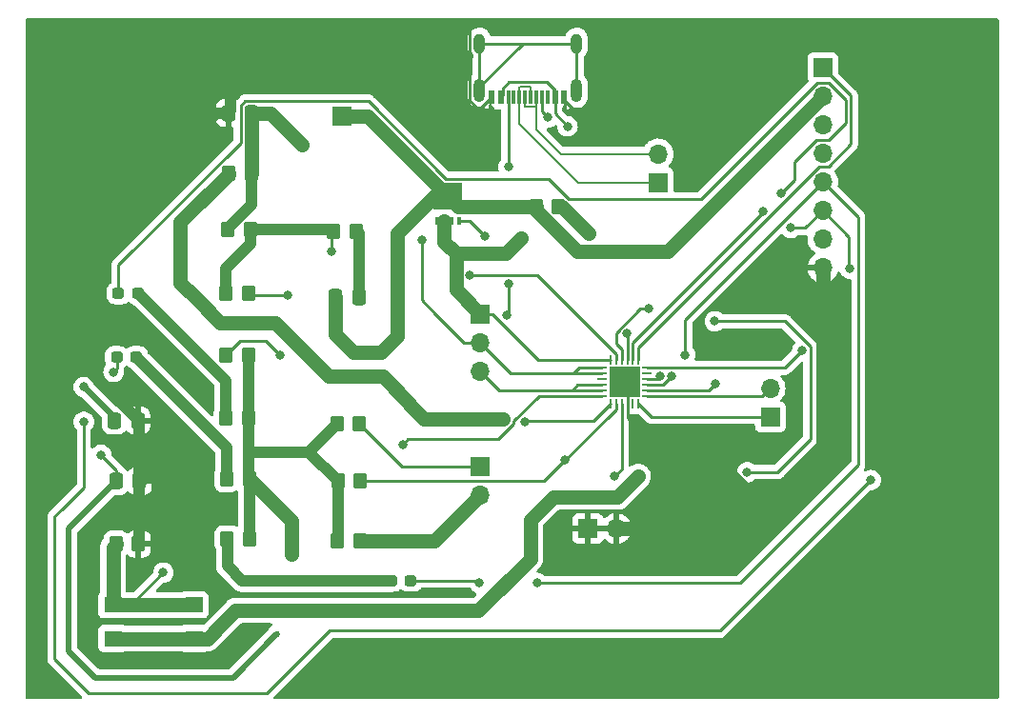
<source format=gbr>
%TF.GenerationSoftware,KiCad,Pcbnew,(6.0.10)*%
%TF.CreationDate,2023-04-05T20:35:31-05:00*%
%TF.ProjectId,445_PD,3434355f-5044-42e6-9b69-6361645f7063,rev?*%
%TF.SameCoordinates,Original*%
%TF.FileFunction,Copper,L1,Top*%
%TF.FilePolarity,Positive*%
%FSLAX46Y46*%
G04 Gerber Fmt 4.6, Leading zero omitted, Abs format (unit mm)*
G04 Created by KiCad (PCBNEW (6.0.10)) date 2023-04-05 20:35:31*
%MOMM*%
%LPD*%
G01*
G04 APERTURE LIST*
G04 Aperture macros list*
%AMRoundRect*
0 Rectangle with rounded corners*
0 $1 Rounding radius*
0 $2 $3 $4 $5 $6 $7 $8 $9 X,Y pos of 4 corners*
0 Add a 4 corners polygon primitive as box body*
4,1,4,$2,$3,$4,$5,$6,$7,$8,$9,$2,$3,0*
0 Add four circle primitives for the rounded corners*
1,1,$1+$1,$2,$3*
1,1,$1+$1,$4,$5*
1,1,$1+$1,$6,$7*
1,1,$1+$1,$8,$9*
0 Add four rect primitives between the rounded corners*
20,1,$1+$1,$2,$3,$4,$5,0*
20,1,$1+$1,$4,$5,$6,$7,0*
20,1,$1+$1,$6,$7,$8,$9,0*
20,1,$1+$1,$8,$9,$2,$3,0*%
%AMFreePoly0*
4,1,29,-0.496464,1.758536,-0.495000,1.755000,-0.495000,1.230000,1.200000,1.230000,1.203536,1.228536,1.205000,1.225000,1.205000,-1.225000,1.203536,-1.228536,1.200000,-1.230000,-0.495000,-1.230000,-0.495000,-1.755000,-0.496464,-1.758536,-0.500000,-1.760000,-0.900000,-1.760000,-0.903536,-1.758536,-0.905000,-1.755000,-0.905000,-1.230000,-1.200000,-1.230000,-1.203536,-1.228536,-1.205000,-1.225000,
-1.205000,1.225000,-1.203536,1.228536,-1.200000,1.230000,-0.905000,1.230000,-0.905000,1.755000,-0.903536,1.758536,-0.900000,1.760000,-0.500000,1.760000,-0.496464,1.758536,-0.496464,1.758536,$1*%
G04 Aperture macros list end*
%TA.AperFunction,SMDPad,CuDef*%
%ADD10R,2.700000X2.700000*%
%TD*%
%TA.AperFunction,SMDPad,CuDef*%
%ADD11RoundRect,0.062500X-0.062500X-0.350000X0.062500X-0.350000X0.062500X0.350000X-0.062500X0.350000X0*%
%TD*%
%TA.AperFunction,SMDPad,CuDef*%
%ADD12RoundRect,0.062500X-0.350000X-0.062500X0.350000X-0.062500X0.350000X0.062500X-0.350000X0.062500X0*%
%TD*%
%TA.AperFunction,SMDPad,CuDef*%
%ADD13R,1.600000X1.400000*%
%TD*%
%TA.AperFunction,SMDPad,CuDef*%
%ADD14RoundRect,0.250000X0.350000X0.450000X-0.350000X0.450000X-0.350000X-0.450000X0.350000X-0.450000X0*%
%TD*%
%TA.AperFunction,SMDPad,CuDef*%
%ADD15RoundRect,0.250000X-0.350000X-0.450000X0.350000X-0.450000X0.350000X0.450000X-0.350000X0.450000X0*%
%TD*%
%TA.AperFunction,SMDPad,CuDef*%
%ADD16FreePoly0,90.000000*%
%TD*%
%TA.AperFunction,SMDPad,CuDef*%
%ADD17R,0.400000X0.750000*%
%TD*%
%TA.AperFunction,ComponentPad*%
%ADD18R,1.700000X1.700000*%
%TD*%
%TA.AperFunction,ComponentPad*%
%ADD19O,1.700000X1.700000*%
%TD*%
%TA.AperFunction,SMDPad,CuDef*%
%ADD20R,0.600000X1.150000*%
%TD*%
%TA.AperFunction,SMDPad,CuDef*%
%ADD21R,0.300000X1.150000*%
%TD*%
%TA.AperFunction,ComponentPad*%
%ADD22O,1.000000X1.800000*%
%TD*%
%TA.AperFunction,ComponentPad*%
%ADD23O,1.000000X2.100000*%
%TD*%
%TA.AperFunction,SMDPad,CuDef*%
%ADD24RoundRect,0.237500X0.287500X0.237500X-0.287500X0.237500X-0.287500X-0.237500X0.287500X-0.237500X0*%
%TD*%
%TA.AperFunction,SMDPad,CuDef*%
%ADD25RoundRect,0.237500X-0.287500X-0.237500X0.287500X-0.237500X0.287500X0.237500X-0.287500X0.237500X0*%
%TD*%
%TA.AperFunction,SMDPad,CuDef*%
%ADD26R,0.450000X0.600000*%
%TD*%
%TA.AperFunction,SMDPad,CuDef*%
%ADD27RoundRect,0.250000X-0.337500X-0.475000X0.337500X-0.475000X0.337500X0.475000X-0.337500X0.475000X0*%
%TD*%
%TA.AperFunction,SMDPad,CuDef*%
%ADD28RoundRect,0.250000X0.337500X0.475000X-0.337500X0.475000X-0.337500X-0.475000X0.337500X-0.475000X0*%
%TD*%
%TA.AperFunction,ViaPad*%
%ADD29C,0.800000*%
%TD*%
%TA.AperFunction,Conductor*%
%ADD30C,0.250000*%
%TD*%
%TA.AperFunction,Conductor*%
%ADD31C,1.250000*%
%TD*%
%TA.AperFunction,Conductor*%
%ADD32C,0.200000*%
%TD*%
%TA.AperFunction,Conductor*%
%ADD33C,1.000000*%
%TD*%
%TA.AperFunction,Conductor*%
%ADD34C,0.500000*%
%TD*%
G04 APERTURE END LIST*
D10*
%TO.P,U1,25,GND*%
%TO.N,GND*%
X165404800Y-100482400D03*
D11*
%TO.P,U1,24,VDD*%
%TO.N,Net-(C3-Pad1)*%
X164154800Y-98519900D03*
%TO.P,U1,23,VREG_2V7*%
%TO.N,Net-(C1-Pad1)*%
X164654800Y-98519900D03*
%TO.P,U1,22,VSYS*%
%TO.N,/VDD_USBC*%
X165154800Y-98519900D03*
%TO.P,U1,21,VREG_1V2*%
%TO.N,Net-(C2-Pad1)*%
X165654800Y-98519900D03*
%TO.P,U1,20,POWER_OK2*%
%TO.N,/POWER_OK2*%
X166154800Y-98519900D03*
%TO.P,U1,19,ALERT*%
%TO.N,/alert*%
X166654800Y-98519900D03*
D12*
%TO.P,U1,18,VBUS_VS_DISCH*%
%TO.N,Net-(R5-Pad1)*%
X167367300Y-99232400D03*
%TO.P,U1,17,A_B_SIDE*%
%TO.N,unconnected-(U1-Pad17)*%
X167367300Y-99732400D03*
%TO.P,U1,16,VBUS_EN_SNK*%
%TO.N,Net-(R10-Pad2)*%
X167367300Y-100232400D03*
%TO.P,U1,15,GPIO*%
%TO.N,/GPIO*%
X167367300Y-100732400D03*
%TO.P,U1,14,POWER_OK3*%
%TO.N,/POWER_OK3*%
X167367300Y-101232400D03*
%TO.P,U1,13,ADDR1*%
%TO.N,Net-(J3-Pad2)*%
X167367300Y-101732400D03*
D11*
%TO.P,U1,12,ADDR0*%
%TO.N,Net-(J3-Pad1)*%
X166654800Y-102444900D03*
%TO.P,U1,11,ATTACH*%
%TO.N,unconnected-(U1-Pad11)*%
X166154800Y-102444900D03*
%TO.P,U1,10,GND*%
%TO.N,GND*%
X165654800Y-102444900D03*
%TO.P,U1,9,DISCH*%
%TO.N,Net-(R13-Pad1)*%
X165154800Y-102444900D03*
%TO.P,U1,8,SDA*%
%TO.N,/USBC_SCL*%
X164654800Y-102444900D03*
%TO.P,U1,7,SCL*%
%TO.N,/USBC_SDA*%
X164154800Y-102444900D03*
D12*
%TO.P,U1,6,RESET*%
%TO.N,Net-(R6-Pad2)*%
X163442300Y-101732400D03*
%TO.P,U1,5,CC2DB*%
%TO.N,Net-(J1-PadB5)*%
X163442300Y-101232400D03*
%TO.P,U1,4,CC2*%
X163442300Y-100732400D03*
%TO.P,U1,3,NC*%
%TO.N,unconnected-(U1-Pad3)*%
X163442300Y-100232400D03*
%TO.P,U1,2,CC1*%
%TO.N,Net-(J1-PadA5)*%
X163442300Y-99732400D03*
%TO.P,U1,1,CC1DB*%
X163442300Y-99232400D03*
%TD*%
D13*
%TO.P,S2,3*%
%TO.N,/VDD_USBC*%
X127137100Y-123318400D03*
%TO.P,S2,1*%
%TO.N,Net-(R6-Pad2)*%
X127137100Y-120318400D03*
%TO.P,S2,2*%
X119937100Y-120318400D03*
%TO.P,S2,4*%
%TO.N,/VDD_USBC*%
X119937100Y-123318400D03*
%TD*%
D14*
%TO.P,R13,1,1*%
%TO.N,Net-(R13-Pad1)*%
X159546800Y-84937600D03*
%TO.P,R13,2,2*%
%TO.N,/VSNK_USBC*%
X157546800Y-84937600D03*
%TD*%
D15*
%TO.P,R12,1,1*%
%TO.N,Net-(Q1-Pad4)*%
X139568500Y-87105600D03*
%TO.P,R12,2,2*%
%TO.N,Net-(C4-Pad2)*%
X141568500Y-87105600D03*
%TD*%
D14*
%TO.P,R11,1,1*%
%TO.N,Net-(Q1-Pad4)*%
X132130800Y-86969600D03*
%TO.P,R11,2,2*%
%TO.N,Net-(C3-Pad1)*%
X130130800Y-86969600D03*
%TD*%
D15*
%TO.P,R10,1,1*%
%TO.N,Net-(Q1-Pad4)*%
X129962400Y-92608400D03*
%TO.P,R10,2,2*%
%TO.N,Net-(R10-Pad2)*%
X131962400Y-92608400D03*
%TD*%
%TO.P,R9,1,1*%
%TO.N,Net-(D4-Pad2)*%
X130080000Y-114452400D03*
%TO.P,R9,2,2*%
%TO.N,/VDD_USBC*%
X132080000Y-114452400D03*
%TD*%
%TO.P,R8,2,2*%
%TO.N,/VDD_USBC*%
X131978400Y-103733600D03*
%TO.P,R8,1,1*%
%TO.N,Net-(D3-Pad2)*%
X129978400Y-103733600D03*
%TD*%
%TO.P,R7,1,1*%
%TO.N,Net-(D2-Pad2)*%
X130064000Y-109118400D03*
%TO.P,R7,2,2*%
%TO.N,/VDD_USBC*%
X132064000Y-109118400D03*
%TD*%
D14*
%TO.P,R6,1,1*%
%TO.N,GND*%
X122208800Y-114909600D03*
%TO.P,R6,2,2*%
%TO.N,Net-(R6-Pad2)*%
X120208800Y-114909600D03*
%TD*%
D15*
%TO.P,R5,1,1*%
%TO.N,Net-(R5-Pad1)*%
X130216400Y-81940400D03*
%TO.P,R5,2,2*%
%TO.N,Net-(C3-Pad1)*%
X132216400Y-81940400D03*
%TD*%
D14*
%TO.P,R4,1,1*%
%TO.N,Net-(J2-Pad2)*%
X141884400Y-114655600D03*
%TO.P,R4,2,2*%
%TO.N,/VDD_USBC*%
X139884400Y-114655600D03*
%TD*%
%TO.P,R3,1,1*%
%TO.N,Net-(J2-Pad1)*%
X141833600Y-104190800D03*
%TO.P,R3,2,2*%
%TO.N,/VDD_USBC*%
X139833600Y-104190800D03*
%TD*%
D15*
%TO.P,R2,1,1*%
%TO.N,/VDD_USBC*%
X139926000Y-109300800D03*
%TO.P,R2,2,2*%
%TO.N,/USBC_SCL*%
X141926000Y-109300800D03*
%TD*%
D14*
%TO.P,R1,1,1*%
%TO.N,/VDD_USBC*%
X131962400Y-98145600D03*
%TO.P,R1,2,2*%
%TO.N,/USBC_SDA*%
X129962400Y-98145600D03*
%TD*%
D16*
%TO.P,Q1,5_8*%
%TO.N,/VSNK_USBC*%
X149707600Y-83983600D03*
D17*
%TO.P,Q1,4*%
%TO.N,Net-(Q1-Pad4)*%
X150682600Y-86208600D03*
%TO.P,Q1,1*%
%TO.N,Net-(C3-Pad1)*%
X148732600Y-86208600D03*
%TO.P,Q1,3*%
X150032600Y-86208600D03*
%TO.P,Q1,2*%
X149382600Y-86208600D03*
%TD*%
D18*
%TO.P,J8,1,Pin_1*%
%TO.N,/alert*%
X183032400Y-72557400D03*
D19*
%TO.P,J8,2,Pin_2*%
%TO.N,/VSNK_USBC*%
X183032400Y-75097400D03*
%TO.P,J8,3,Pin_3*%
%TO.N,/USBC_SDA*%
X183032400Y-77637400D03*
%TO.P,J8,4,Pin_4*%
%TO.N,/USBC_SCL*%
X183032400Y-80177400D03*
%TO.P,J8,5,Pin_5*%
%TO.N,/GPIO*%
X183032400Y-82717400D03*
%TO.P,J8,6,Pin_6*%
%TO.N,/POWER_OK2*%
X183032400Y-85257400D03*
%TO.P,J8,7,Pin_7*%
%TO.N,/POWER_OK3*%
X183032400Y-87797400D03*
%TO.P,J8,8,Pin_8*%
%TO.N,GND*%
X183032400Y-90337400D03*
%TD*%
D18*
%TO.P,J7,1,Pin_1*%
%TO.N,Net-(C3-Pad1)*%
X152552400Y-94452200D03*
D19*
%TO.P,J7,2,Pin_2*%
%TO.N,Net-(J1-PadA5)*%
X152552400Y-96992200D03*
%TO.P,J7,3,Pin_3*%
%TO.N,Net-(J1-PadB5)*%
X152552400Y-99532200D03*
%TD*%
D18*
%TO.P,J6,1,Pin_1*%
%TO.N,/VSNK_USBC*%
X140309600Y-76860400D03*
%TD*%
%TO.P,J5,1,Pin_1*%
%TO.N,/D+*%
X168402000Y-82758200D03*
D19*
%TO.P,J5,2,Pin_2*%
%TO.N,/D-*%
X168402000Y-80218200D03*
%TD*%
D18*
%TO.P,J4,1,Pin_1*%
%TO.N,GND*%
X162148600Y-113538000D03*
D19*
%TO.P,J4,2,Pin_2*%
X164688600Y-113538000D03*
%TD*%
D18*
%TO.P,J3,1,Pin_1*%
%TO.N,Net-(J3-Pad1)*%
X178358800Y-103586200D03*
D19*
%TO.P,J3,2,Pin_2*%
%TO.N,Net-(J3-Pad2)*%
X178358800Y-101046200D03*
%TD*%
D18*
%TO.P,J2,1,Pin_1*%
%TO.N,Net-(J2-Pad1)*%
X152603200Y-107995800D03*
D19*
%TO.P,J2,2,Pin_2*%
%TO.N,Net-(J2-Pad2)*%
X152603200Y-110535800D03*
%TD*%
D20*
%TO.P,J1,A1,GND*%
%TO.N,GND*%
X160019600Y-75155600D03*
%TO.P,J1,A4,VBUS*%
%TO.N,Net-(C3-Pad1)*%
X159219600Y-75155600D03*
D21*
%TO.P,J1,A5,CC1*%
%TO.N,Net-(J1-PadA5)*%
X158069600Y-75155600D03*
%TO.P,J1,A6,D+*%
%TO.N,/D+*%
X157069600Y-75155600D03*
%TO.P,J1,A7,D-*%
%TO.N,/D-*%
X156569600Y-75155600D03*
%TO.P,J1,A8,SBU1*%
%TO.N,unconnected-(J1-PadA8)*%
X155569600Y-75155600D03*
D20*
%TO.P,J1,A9,VBUS*%
%TO.N,Net-(C3-Pad1)*%
X154419600Y-75155600D03*
%TO.P,J1,A12,GND*%
%TO.N,GND*%
X153619600Y-75155600D03*
%TO.P,J1,B1,GND*%
X153619600Y-75155600D03*
%TO.P,J1,B4,VBUS*%
%TO.N,Net-(C3-Pad1)*%
X154419600Y-75155600D03*
D21*
%TO.P,J1,B5,CC2*%
%TO.N,Net-(J1-PadB5)*%
X155069600Y-75155600D03*
%TO.P,J1,B6,D+*%
%TO.N,/D+*%
X156069600Y-75155600D03*
%TO.P,J1,B7,D-*%
%TO.N,/D-*%
X157569600Y-75155600D03*
%TO.P,J1,B8,SBU2*%
%TO.N,unconnected-(J1-PadB8)*%
X158569600Y-75155600D03*
D20*
%TO.P,J1,B9,VBUS*%
%TO.N,Net-(C3-Pad1)*%
X159219600Y-75155600D03*
%TO.P,J1,B12,GND*%
%TO.N,GND*%
X160019600Y-75155600D03*
D22*
%TO.P,J1,S1,SHIELD*%
%TO.N,unconnected-(J1-PadS1)*%
X161139600Y-70400600D03*
D23*
X152499600Y-74580600D03*
D22*
X152499600Y-70400600D03*
D23*
X161139600Y-74580600D03*
%TD*%
D24*
%TO.P,D4,1,K*%
%TO.N,/GPIO*%
X146417000Y-118160800D03*
%TO.P,D4,2,A*%
%TO.N,Net-(D4-Pad2)*%
X144667000Y-118160800D03*
%TD*%
D25*
%TO.P,D3,1,K*%
%TO.N,/POWER_OK3*%
X120435400Y-92608400D03*
%TO.P,D3,2,A*%
%TO.N,Net-(D3-Pad2)*%
X122185400Y-92608400D03*
%TD*%
%TO.P,D2,1,K*%
%TO.N,/POWER_OK2*%
X120271600Y-98298000D03*
%TO.P,D2,2,A*%
%TO.N,Net-(D2-Pad2)*%
X122021600Y-98298000D03*
%TD*%
D26*
%TO.P,D1,1,K*%
%TO.N,/VDD_USBC*%
X134518400Y-120819200D03*
%TO.P,D1,2,A*%
%TO.N,Net-(C1-Pad1)*%
X134518400Y-122919200D03*
%TD*%
D27*
%TO.P,C4,1*%
%TO.N,/VSNK_USBC*%
X139707800Y-92964000D03*
%TO.P,C4,2*%
%TO.N,Net-(C4-Pad2)*%
X141782800Y-92964000D03*
%TD*%
D28*
%TO.P,C3,1*%
%TO.N,Net-(C3-Pad1)*%
X132253900Y-76606400D03*
%TO.P,C3,2*%
%TO.N,GND*%
X130178900Y-76606400D03*
%TD*%
D27*
%TO.P,C2,1*%
%TO.N,Net-(C2-Pad1)*%
X120069700Y-103936800D03*
%TO.P,C2,2*%
%TO.N,GND*%
X122144700Y-103936800D03*
%TD*%
%TO.P,C1,1*%
%TO.N,Net-(C1-Pad1)*%
X120222100Y-109321600D03*
%TO.P,C1,2*%
%TO.N,GND*%
X122297100Y-109321600D03*
%TD*%
D29*
%TO.N,Net-(R13-Pad1)*%
X164490400Y-108915200D03*
X162204400Y-87325200D03*
%TO.N,/POWER_OK2*%
X187299600Y-109220000D03*
X185420000Y-90424000D03*
X119989600Y-99618800D03*
X117348000Y-104038400D03*
X180187600Y-86817200D03*
X177708950Y-85354550D03*
%TO.N,Net-(J1-PadA5)*%
X158587833Y-76995999D03*
X147370800Y-87878700D03*
%TO.N,/POWER_OK3*%
X179359950Y-83703550D03*
%TO.N,/GPIO*%
X157632400Y-118364000D03*
X152501600Y-118364000D03*
%TO.N,Net-(C3-Pad1)*%
X160338922Y-77760678D03*
X156210000Y-87731600D03*
%TO.N,Net-(Q1-Pad4)*%
X139344400Y-88900000D03*
X152958800Y-87528400D03*
%TO.N,Net-(J1-PadB5)*%
X155092400Y-81381600D03*
X154940000Y-94538800D03*
X155092400Y-91795600D03*
%TO.N,/VDD_USBC*%
X166624000Y-108915200D03*
X176305699Y-108529901D03*
X173431200Y-95097600D03*
X167538400Y-93980000D03*
%TO.N,GND*%
X125069600Y-106629200D03*
%TO.N,Net-(C1-Pad1)*%
X118872000Y-106984800D03*
X151643300Y-91033600D03*
%TO.N,Net-(R6-Pad2)*%
X124409200Y-117449600D03*
X145694400Y-106070400D03*
%TO.N,/USBC_SDA*%
X156542453Y-104036700D03*
%TO.N,Net-(C2-Pad1)*%
X165608000Y-96215200D03*
X117348000Y-100939600D03*
%TO.N,/VDD_USBC*%
X135788400Y-115824000D03*
X129641600Y-122021600D03*
%TO.N,/POWER_OK3*%
X173482000Y-100634800D03*
%TO.N,/GPIO*%
X169583750Y-99966209D03*
X170789600Y-98094800D03*
%TO.N,/USBC_SCL*%
X160145304Y-107414904D03*
%TO.N,/USBC_SDA*%
X134823200Y-98145600D03*
%TO.N,Net-(R10-Pad2)*%
X135432800Y-92811600D03*
X168568460Y-99956900D03*
%TO.N,Net-(R5-Pad1)*%
X181203600Y-97688400D03*
X154584400Y-103835200D03*
%TO.N,Net-(C3-Pad1)*%
X150418800Y-89103200D03*
X136702800Y-79400400D03*
%TD*%
D30*
%TO.N,Net-(R13-Pad1)*%
X165150800Y-102972400D02*
X165150800Y-108254800D01*
X165154800Y-102968400D02*
X165150800Y-102972400D01*
X165150800Y-108254800D02*
X164490400Y-108915200D01*
X165154800Y-102444900D02*
X165154800Y-102968400D01*
D31*
X159816800Y-84937600D02*
X162204400Y-87325200D01*
X159546800Y-84937600D02*
X159816800Y-84937600D01*
D30*
%TO.N,/VDD_USBC*%
X181928600Y-105599400D02*
X179070000Y-108458000D01*
X179070000Y-108458000D02*
X178998099Y-108529901D01*
X179638105Y-95097600D02*
X181928600Y-97388095D01*
X173431200Y-95097600D02*
X179638105Y-95097600D01*
X181928600Y-97388095D02*
X181928600Y-105599400D01*
X178998099Y-108529901D02*
X176305699Y-108529901D01*
%TO.N,/POWER_OK2*%
X185369200Y-88087200D02*
X185369200Y-90373200D01*
X185369200Y-87594200D02*
X185369200Y-88087200D01*
X183032400Y-85257400D02*
X185369200Y-87594200D01*
X185369200Y-90373200D02*
X185420000Y-90424000D01*
X173888400Y-122631200D02*
X187299600Y-109220000D01*
X172770800Y-122631200D02*
X173888400Y-122631200D01*
X133858000Y-127965200D02*
X139192000Y-122631200D01*
X133604000Y-128219200D02*
X133858000Y-127965200D01*
X117805200Y-128219200D02*
X133604000Y-128219200D01*
X114757200Y-125171200D02*
X117805200Y-128219200D01*
X114757200Y-124510800D02*
X114757200Y-125171200D01*
X114757200Y-112471200D02*
X114757200Y-124510800D01*
X115366800Y-111861600D02*
X114757200Y-112471200D01*
X117348000Y-104038400D02*
X117348000Y-109880400D01*
X139192000Y-122631200D02*
X172770800Y-122631200D01*
X120271600Y-99336800D02*
X119989600Y-99618800D01*
X120271600Y-98298000D02*
X120271600Y-99336800D01*
X117348000Y-109880400D02*
X115366800Y-111861600D01*
X180187600Y-86817200D02*
X181472600Y-86817200D01*
X181472600Y-86817200D02*
X183032400Y-85257400D01*
X171653200Y-91490800D02*
X177708950Y-85435050D01*
X177708950Y-85435050D02*
X177708950Y-85354550D01*
X166154800Y-96989200D02*
X171653200Y-91490800D01*
X166154800Y-98519900D02*
X166154800Y-96989200D01*
%TO.N,/VDD_USBC*%
X165154800Y-97590800D02*
X165154800Y-98519900D01*
X164642800Y-96155095D02*
X164642800Y-97078800D01*
X167538400Y-93980000D02*
X166817895Y-93980000D01*
X166817895Y-93980000D02*
X164642800Y-96155095D01*
X164642800Y-97078800D02*
X165154800Y-97590800D01*
%TO.N,Net-(J1-PadA5)*%
X158069600Y-76477766D02*
X158587833Y-76995999D01*
X158069600Y-75155600D02*
X158069600Y-76477766D01*
D32*
%TO.N,/D-*%
X157569600Y-78038418D02*
X157569600Y-75980600D01*
X159749382Y-80218200D02*
X157569600Y-78038418D01*
X168402000Y-80218200D02*
X159749382Y-80218200D01*
%TO.N,/D+*%
X161266349Y-82758200D02*
X168402000Y-82758200D01*
X156069600Y-77561451D02*
X161266349Y-82758200D01*
X156069600Y-75155600D02*
X156069600Y-77561451D01*
D30*
%TO.N,Net-(J1-PadA5)*%
X147370800Y-93218000D02*
X147370800Y-87878700D01*
X148691600Y-94538800D02*
X147370800Y-93218000D01*
X151145000Y-96992200D02*
X148691600Y-94538800D01*
X152552400Y-96992200D02*
X151145000Y-96992200D01*
%TO.N,/POWER_OK3*%
X180543200Y-82520300D02*
X179359950Y-83703550D01*
X180543200Y-82397600D02*
X180543200Y-82520300D01*
X182465200Y-79002400D02*
X180543200Y-80924400D01*
X183519101Y-79002400D02*
X182465200Y-79002400D01*
X185064400Y-77457101D02*
X183519101Y-79002400D01*
X185064400Y-75467699D02*
X185064400Y-77457101D01*
X183519101Y-73922400D02*
X185064400Y-75467699D01*
X182545699Y-73922400D02*
X183519101Y-73922400D01*
X172218672Y-84249427D02*
X182545699Y-73922400D01*
X160471800Y-84249427D02*
X172218672Y-84249427D01*
X180543200Y-80924400D02*
X180543200Y-82397600D01*
X131303900Y-75930727D02*
X131678227Y-75556400D01*
X142623902Y-75556400D02*
X149521102Y-82453600D01*
X131303900Y-79239727D02*
X131303900Y-75930727D01*
X131678227Y-75556400D02*
X142623902Y-75556400D01*
X149521102Y-82453600D02*
X158675973Y-82453600D01*
X120435400Y-90108227D02*
X131303900Y-79239727D01*
X158675973Y-82453600D02*
X160471800Y-84249427D01*
X120435400Y-92608400D02*
X120435400Y-90108227D01*
%TO.N,/GPIO*%
X186182000Y-85867000D02*
X183032400Y-82717400D01*
X186182000Y-107848400D02*
X186182000Y-85867000D01*
X175666400Y-118364000D02*
X186182000Y-107848400D01*
X157632400Y-118364000D02*
X175666400Y-118364000D01*
X152298400Y-118160800D02*
X152501600Y-118364000D01*
X146417000Y-118160800D02*
X152298400Y-118160800D01*
%TO.N,Net-(C3-Pad1)*%
X159219600Y-76641356D02*
X160338922Y-77760678D01*
X159219600Y-75155600D02*
X159219600Y-76641356D01*
D31*
X154838400Y-89103200D02*
X156210000Y-87731600D01*
X150418800Y-89103200D02*
X154838400Y-89103200D01*
D30*
X148732600Y-86208600D02*
X149382600Y-86208600D01*
X150032600Y-86208600D02*
X149382600Y-86208600D01*
%TO.N,Net-(Q1-Pad4)*%
X139344400Y-87329700D02*
X139568500Y-87105600D01*
X139344400Y-88900000D02*
X139344400Y-87329700D01*
X151639000Y-86208600D02*
X152958800Y-87528400D01*
X150682600Y-86208600D02*
X151639000Y-86208600D01*
%TO.N,Net-(J1-PadB5)*%
X155092400Y-94386400D02*
X154940000Y-94538800D01*
X155092400Y-91795600D02*
X155092400Y-94386400D01*
X155069600Y-81358800D02*
X155092400Y-81381600D01*
X155069600Y-75155600D02*
X155069600Y-81358800D01*
%TO.N,/USBC_SCL*%
X160145304Y-107414904D02*
X158259408Y-109300800D01*
D31*
%TO.N,/VDD_USBC*%
X164795200Y-110744000D02*
X166624000Y-108915200D01*
X157022800Y-112776000D02*
X159054800Y-110744000D01*
X152400000Y-120853200D02*
X157022800Y-116230400D01*
X157022800Y-116230400D02*
X157022800Y-112776000D01*
X145786202Y-120819200D02*
X145820202Y-120853200D01*
X145820202Y-120853200D02*
X152400000Y-120853200D01*
X134518400Y-120819200D02*
X145786202Y-120819200D01*
X159054800Y-110744000D02*
X164795200Y-110744000D01*
D30*
%TO.N,/alert*%
X185521600Y-79349901D02*
X185521600Y-75046600D01*
X182735699Y-81352400D02*
X183519101Y-81352400D01*
X183519101Y-81352400D02*
X185521600Y-79349901D01*
X166654800Y-97433299D02*
X182735699Y-81352400D01*
X185521600Y-75046600D02*
X183032400Y-72557400D01*
X166654800Y-98519900D02*
X166654800Y-97433299D01*
D31*
%TO.N,/VSNK_USBC*%
X169229800Y-88900000D02*
X183032400Y-75097400D01*
X157546800Y-85257880D02*
X161188920Y-88900000D01*
X161188920Y-88900000D02*
X169229800Y-88900000D01*
X157546800Y-84937600D02*
X157546800Y-85257880D01*
%TO.N,GND*%
X124989500Y-106629200D02*
X122297100Y-109321600D01*
X125069600Y-106629200D02*
X124989500Y-106629200D01*
D30*
X167081200Y-105156000D02*
X171907200Y-105156000D01*
X171907200Y-105156000D02*
X176784000Y-110032800D01*
X176784000Y-110032800D02*
X176784000Y-113538000D01*
X165658800Y-103733600D02*
X167081200Y-105156000D01*
X165658800Y-102448900D02*
X165658800Y-103733600D01*
X165654800Y-102444900D02*
X165658800Y-102448900D01*
D33*
X132842000Y-71577200D02*
X151434800Y-71577200D01*
X130403600Y-74015600D02*
X132842000Y-71577200D01*
X130403600Y-76381700D02*
X130403600Y-74015600D01*
X130178900Y-76606400D02*
X130403600Y-76381700D01*
D30*
%TO.N,Net-(C1-Pad1)*%
X120222100Y-108334900D02*
X120222100Y-109321600D01*
X118872000Y-106984800D02*
X120222100Y-108334900D01*
X157632400Y-91033600D02*
X151643300Y-91033600D01*
X164654800Y-98056000D02*
X157632400Y-91033600D01*
X164654800Y-98519900D02*
X164654800Y-98056000D01*
%TO.N,Net-(R6-Pad2)*%
X124409200Y-117449600D02*
X121540400Y-120318400D01*
X121540400Y-120318400D02*
X119937100Y-120318400D01*
X146151600Y-105613200D02*
X145694400Y-106070400D01*
X154178000Y-105613200D02*
X146507200Y-105613200D01*
X146507200Y-105613200D02*
X146151600Y-105613200D01*
X155549600Y-104241600D02*
X154178000Y-105613200D01*
X155549600Y-103987600D02*
X155549600Y-104241600D01*
X157804800Y-101732400D02*
X155549600Y-103987600D01*
X163442300Y-101732400D02*
X157804800Y-101732400D01*
%TO.N,/USBC_SDA*%
X162662900Y-103936800D02*
X164154800Y-102444900D01*
X156642353Y-103936800D02*
X162662900Y-103936800D01*
X156542453Y-104036700D02*
X156642353Y-103936800D01*
%TO.N,Net-(C2-Pad1)*%
X165654800Y-98519900D02*
X165654800Y-96262000D01*
X165654800Y-96262000D02*
X165608000Y-96215200D01*
D34*
X120069700Y-103661300D02*
X117348000Y-100939600D01*
X120069700Y-103936800D02*
X120069700Y-103661300D01*
%TO.N,Net-(C1-Pad1)*%
X116027200Y-113516500D02*
X120222100Y-109321600D01*
X130606800Y-126796800D02*
X118364000Y-126796800D01*
X134484400Y-122919200D02*
X130606800Y-126796800D01*
X134518400Y-122919200D02*
X134484400Y-122919200D01*
X118364000Y-126796800D02*
X116027200Y-124460000D01*
X116027200Y-124460000D02*
X116027200Y-113516500D01*
D31*
%TO.N,/VDD_USBC*%
X130844000Y-120819200D02*
X129641600Y-122021600D01*
X134518400Y-120819200D02*
X130844000Y-120819200D01*
X135788400Y-115824000D02*
X135788400Y-112842800D01*
X135788400Y-112842800D02*
X132064000Y-109118400D01*
X128344800Y-123318400D02*
X129641600Y-122021600D01*
X127137100Y-123318400D02*
X128344800Y-123318400D01*
X119937100Y-123318400D02*
X127137100Y-123318400D01*
%TO.N,Net-(R6-Pad2)*%
X127137100Y-120318400D02*
X119937100Y-120318400D01*
X119937100Y-115181300D02*
X120208800Y-114909600D01*
X119937100Y-120318400D02*
X119937100Y-115181300D01*
%TO.N,Net-(J2-Pad2)*%
X141884400Y-114655600D02*
X148483400Y-114655600D01*
X148483400Y-114655600D02*
X152603200Y-110535800D01*
%TO.N,GND*%
X176784000Y-113538000D02*
X164688600Y-113538000D01*
X183032400Y-107289600D02*
X176784000Y-113538000D01*
X183032400Y-90337400D02*
X183032400Y-107289600D01*
D30*
%TO.N,/POWER_OK3*%
X172884400Y-101232400D02*
X173482000Y-100634800D01*
X167367300Y-101232400D02*
X172884400Y-101232400D01*
%TO.N,/GPIO*%
X168818265Y-100732400D02*
X167367300Y-100732400D01*
X169293460Y-100257205D02*
X168818265Y-100732400D01*
X169583750Y-99966209D02*
X169293460Y-100256499D01*
X169293460Y-100256499D02*
X169293460Y-100257205D01*
%TO.N,Net-(R10-Pad2)*%
X168292960Y-100232400D02*
X167367300Y-100232400D01*
X168568460Y-99956900D02*
X168292960Y-100232400D01*
%TO.N,/GPIO*%
X170789600Y-94960200D02*
X170789600Y-98094800D01*
X183032400Y-82717400D02*
X170789600Y-94960200D01*
%TO.N,/USBC_SDA*%
X133553200Y-96875600D02*
X134823200Y-98145600D01*
X131232400Y-96875600D02*
X133553200Y-96875600D01*
X129962400Y-98145600D02*
X131232400Y-96875600D01*
%TO.N,Net-(R10-Pad2)*%
X132165600Y-92811600D02*
X131962400Y-92608400D01*
X135432800Y-92811600D02*
X132165600Y-92811600D01*
%TO.N,Net-(R5-Pad1)*%
X179659600Y-99232400D02*
X181203600Y-97688400D01*
X167367300Y-99232400D02*
X179659600Y-99232400D01*
D31*
X147574000Y-103835200D02*
X154584400Y-103835200D01*
X146304000Y-102565200D02*
X147574000Y-103835200D01*
X146304000Y-102412800D02*
X146304000Y-102565200D01*
X143916400Y-100025200D02*
X146304000Y-102412800D01*
X139141200Y-100025200D02*
X143916400Y-100025200D01*
X138176000Y-99060000D02*
X139141200Y-100025200D01*
X131318000Y-95250000D02*
X134366000Y-95250000D01*
X127304800Y-93065600D02*
X129489200Y-95250000D01*
X125933200Y-91694000D02*
X127304800Y-93065600D01*
X125933200Y-86309200D02*
X125933200Y-91694000D01*
X130216400Y-82026000D02*
X125933200Y-86309200D01*
X134366000Y-95250000D02*
X138176000Y-99060000D01*
X129489200Y-95250000D02*
X131318000Y-95250000D01*
X130216400Y-81940400D02*
X130216400Y-82026000D01*
D33*
%TO.N,GND*%
X129133600Y-76606400D02*
X130178900Y-76606400D01*
X117348000Y-99059097D02*
X117348000Y-88392000D01*
X117348000Y-88392000D02*
X129133600Y-76606400D01*
X122144700Y-103855797D02*
X117348000Y-99059097D01*
X122144700Y-103936800D02*
X122144700Y-103855797D01*
D31*
%TO.N,Net-(C3-Pad1)*%
X149382600Y-88067000D02*
X150418800Y-89103200D01*
X149382600Y-86208600D02*
X149382600Y-88067000D01*
X133908800Y-76606400D02*
X136702800Y-79400400D01*
X150418800Y-89103200D02*
X150418800Y-92318600D01*
X132253900Y-76606400D02*
X133908800Y-76606400D01*
X150418800Y-92318600D02*
X152552400Y-94452200D01*
X132253900Y-81902900D02*
X132216400Y-81940400D01*
X132253900Y-76606400D02*
X132253900Y-81902900D01*
D30*
X153685000Y-94452200D02*
X152552400Y-94452200D01*
X164154800Y-98519900D02*
X157752700Y-98519900D01*
X157752700Y-98519900D02*
X153685000Y-94452200D01*
%TO.N,Net-(J1-PadA5)*%
X161344800Y-99232400D02*
X160844800Y-99732400D01*
X163442300Y-99732400D02*
X160844800Y-99732400D01*
X160844800Y-99732400D02*
X155292600Y-99732400D01*
X163442300Y-99232400D02*
X161344800Y-99232400D01*
X155292600Y-99732400D02*
X152552400Y-96992200D01*
%TO.N,Net-(J1-PadB5)*%
X161243200Y-100732400D02*
X160743200Y-101232400D01*
X163442300Y-100732400D02*
X161243200Y-100732400D01*
X160743200Y-101232400D02*
X154252600Y-101232400D01*
X163442300Y-101232400D02*
X160743200Y-101232400D01*
X154252600Y-101232400D02*
X152552400Y-99532200D01*
%TO.N,Net-(J2-Pad1)*%
X152603200Y-107995800D02*
X145638600Y-107995800D01*
X145638600Y-107995800D02*
X141833600Y-104190800D01*
%TO.N,/USBC_SCL*%
X164654800Y-102905408D02*
X158259408Y-109300800D01*
X158259408Y-109300800D02*
X141926000Y-109300800D01*
X164654800Y-102444900D02*
X164654800Y-102905408D01*
%TO.N,GND*%
X165654800Y-100732400D02*
X165404800Y-100482400D01*
X165654800Y-102444900D02*
X165654800Y-100732400D01*
%TO.N,Net-(J3-Pad2)*%
X177672600Y-101732400D02*
X178358800Y-101046200D01*
X167367300Y-101732400D02*
X177672600Y-101732400D01*
%TO.N,Net-(J3-Pad1)*%
X178358800Y-103586200D02*
X167796100Y-103586200D01*
X167796100Y-103586200D02*
X166654800Y-102444900D01*
D31*
%TO.N,/VSNK_USBC*%
X142584400Y-76860400D02*
X149707600Y-83983600D01*
X140309600Y-76860400D02*
X142584400Y-76860400D01*
X150661600Y-84937600D02*
X149707600Y-83983600D01*
X157546800Y-84937600D02*
X150661600Y-84937600D01*
X145186400Y-96469200D02*
X145186400Y-87274400D01*
X148477200Y-83983600D02*
X149707600Y-83983600D01*
X143764000Y-97891600D02*
X145186400Y-96469200D01*
X141325600Y-97891600D02*
X143764000Y-97891600D01*
X139707800Y-96273800D02*
X141325600Y-97891600D01*
X139707800Y-92964000D02*
X139707800Y-96273800D01*
X145186400Y-87274400D02*
X148477200Y-83983600D01*
D33*
%TO.N,Net-(D4-Pad2)*%
X131419600Y-118160800D02*
X144667000Y-118160800D01*
X130098800Y-114471200D02*
X130098800Y-116840000D01*
X130080000Y-114452400D02*
X130098800Y-114471200D01*
X130098800Y-116840000D02*
X131419600Y-118160800D01*
%TO.N,Net-(D2-Pad2)*%
X130064000Y-106340400D02*
X122021600Y-98298000D01*
X130064000Y-109118400D02*
X130064000Y-106340400D01*
%TO.N,Net-(D3-Pad2)*%
X129978400Y-100401400D02*
X122185400Y-92608400D01*
X129978400Y-103733600D02*
X129978400Y-100401400D01*
%TO.N,Net-(Q1-Pad4)*%
X129962400Y-90408000D02*
X129962400Y-92608400D01*
X132130800Y-88239600D02*
X129962400Y-90408000D01*
X132130800Y-86969600D02*
X132130800Y-88239600D01*
X139432500Y-86969600D02*
X139568500Y-87105600D01*
X132130800Y-86969600D02*
X139432500Y-86969600D01*
%TO.N,Net-(C3-Pad1)*%
X130130800Y-86826097D02*
X130130800Y-86969600D01*
X132216400Y-84740497D02*
X130130800Y-86826097D01*
X132216400Y-81940400D02*
X132216400Y-84740497D01*
%TO.N,Net-(C4-Pad2)*%
X141782800Y-87319900D02*
X141568500Y-87105600D01*
X141782800Y-92964000D02*
X141782800Y-87319900D01*
%TO.N,/VDD_USBC*%
X131978400Y-98161600D02*
X131962400Y-98145600D01*
X131978400Y-103733600D02*
X131978400Y-98161600D01*
X139833600Y-104253200D02*
X137356000Y-106730800D01*
X139833600Y-104190800D02*
X139833600Y-104253200D01*
X139926000Y-114614000D02*
X139884400Y-114655600D01*
X139926000Y-109300800D02*
X139926000Y-114614000D01*
X137356000Y-106730800D02*
X139926000Y-109300800D01*
X131978400Y-106730800D02*
X137356000Y-106730800D01*
X131978400Y-106730800D02*
X131978400Y-109032800D01*
X131978400Y-103733600D02*
X131978400Y-106730800D01*
X131978400Y-109032800D02*
X132064000Y-109118400D01*
X132064000Y-109118400D02*
X132064000Y-114436400D01*
X132064000Y-114436400D02*
X132080000Y-114452400D01*
%TO.N,GND*%
X122297100Y-114821300D02*
X122208800Y-114909600D01*
X122297100Y-109321600D02*
X122297100Y-114821300D01*
X122297100Y-109321600D02*
X122297100Y-104089200D01*
X122297100Y-104089200D02*
X122144700Y-103936800D01*
D30*
%TO.N,Net-(C3-Pad1)*%
X155144551Y-73855600D02*
X158494649Y-73855600D01*
X154594600Y-74405551D02*
X155144551Y-73855600D01*
X159219600Y-74580551D02*
X159219600Y-75155600D01*
X154594600Y-74980600D02*
X154594600Y-74405551D01*
X158494649Y-73855600D02*
X159219600Y-74580551D01*
X154419600Y-75155600D02*
X154594600Y-74980600D01*
%TO.N,GND*%
X160782000Y-76200000D02*
X160019600Y-75437600D01*
X161645600Y-76200000D02*
X160782000Y-76200000D01*
X162255200Y-75590400D02*
X161645600Y-76200000D01*
X162255200Y-68834000D02*
X162255200Y-75590400D01*
X151841200Y-68783200D02*
X162204400Y-68783200D01*
X151674600Y-68949800D02*
X151841200Y-68783200D01*
X151674600Y-75474600D02*
X151674600Y-68949800D01*
X160019600Y-75437600D02*
X160019600Y-75155600D01*
X162204400Y-68783200D02*
X162255200Y-68834000D01*
X152647726Y-76149200D02*
X152349200Y-76149200D01*
X152349200Y-76149200D02*
X151674600Y-75474600D01*
X153619600Y-75177326D02*
X152647726Y-76149200D01*
X153619600Y-75155600D02*
X153619600Y-75177326D01*
%TO.N,unconnected-(J1-PadS1)*%
X156379600Y-70400600D02*
X158910600Y-70400600D01*
X152499600Y-74580600D02*
X152499600Y-74280600D01*
X158910600Y-70400600D02*
X161139600Y-70400600D01*
X152499600Y-74280600D02*
X156379600Y-70400600D01*
X152499600Y-70400600D02*
X158910600Y-70400600D01*
X152499600Y-70400600D02*
X152499600Y-74580600D01*
X161139600Y-74580600D02*
X161139600Y-70400600D01*
D32*
%TO.N,/D+*%
X156069600Y-74330600D02*
X156069600Y-75155600D01*
X157019600Y-74280600D02*
X156119600Y-74280600D01*
X157069600Y-74330600D02*
X157019600Y-74280600D01*
X156119600Y-74280600D02*
X156069600Y-74330600D01*
X157069600Y-75155600D02*
X157069600Y-74330600D01*
%TO.N,/D-*%
X156569600Y-75980600D02*
X156569600Y-75155600D01*
X156619600Y-76030600D02*
X156569600Y-75980600D01*
X157519600Y-76030600D02*
X156619600Y-76030600D01*
X157569600Y-75155600D02*
X157569600Y-75980600D01*
X157569600Y-75980600D02*
X157519600Y-76030600D01*
%TD*%
%TA.AperFunction,Conductor*%
%TO.N,GND*%
G36*
X198620421Y-68194102D02*
G01*
X198666914Y-68247758D01*
X198678300Y-68300100D01*
X198678300Y-128549900D01*
X198658298Y-128618021D01*
X198604642Y-128664514D01*
X198552300Y-128675900D01*
X134347394Y-128675900D01*
X134279273Y-128655898D01*
X134232780Y-128602242D01*
X134222676Y-128531968D01*
X134252170Y-128467388D01*
X134258299Y-128460805D01*
X139417499Y-123301605D01*
X139479811Y-123267579D01*
X139506594Y-123264700D01*
X173809633Y-123264700D01*
X173820816Y-123265227D01*
X173828309Y-123266902D01*
X173836235Y-123266653D01*
X173836236Y-123266653D01*
X173896386Y-123264762D01*
X173900345Y-123264700D01*
X173928256Y-123264700D01*
X173932191Y-123264203D01*
X173932256Y-123264195D01*
X173944093Y-123263262D01*
X173976351Y-123262248D01*
X173980370Y-123262122D01*
X173988289Y-123261873D01*
X174007743Y-123256221D01*
X174027100Y-123252213D01*
X174039330Y-123250668D01*
X174039331Y-123250668D01*
X174047197Y-123249674D01*
X174054568Y-123246755D01*
X174054570Y-123246755D01*
X174088312Y-123233396D01*
X174099542Y-123229551D01*
X174134383Y-123219429D01*
X174134384Y-123219429D01*
X174141993Y-123217218D01*
X174148812Y-123213185D01*
X174148817Y-123213183D01*
X174159428Y-123206907D01*
X174177176Y-123198212D01*
X174196017Y-123190752D01*
X174231787Y-123164764D01*
X174241707Y-123158248D01*
X174272935Y-123139780D01*
X174272938Y-123139778D01*
X174279762Y-123135742D01*
X174294083Y-123121421D01*
X174309117Y-123108580D01*
X174319094Y-123101331D01*
X174325507Y-123096672D01*
X174353698Y-123062595D01*
X174361688Y-123053816D01*
X187250100Y-110165405D01*
X187312412Y-110131379D01*
X187339195Y-110128500D01*
X187395087Y-110128500D01*
X187401539Y-110127128D01*
X187401544Y-110127128D01*
X187488487Y-110108647D01*
X187581888Y-110088794D01*
X187608077Y-110077134D01*
X187750322Y-110013803D01*
X187750324Y-110013802D01*
X187756352Y-110011118D01*
X187910853Y-109898866D01*
X187915275Y-109893955D01*
X188034221Y-109761852D01*
X188034222Y-109761851D01*
X188038640Y-109756944D01*
X188120283Y-109615534D01*
X188130823Y-109597279D01*
X188130824Y-109597278D01*
X188134127Y-109591556D01*
X188193142Y-109409928D01*
X188194179Y-109400067D01*
X188212414Y-109226565D01*
X188213104Y-109220000D01*
X188206264Y-109154923D01*
X188193832Y-109036635D01*
X188193832Y-109036633D01*
X188193142Y-109030072D01*
X188134127Y-108848444D01*
X188102118Y-108793002D01*
X188067624Y-108733258D01*
X188038640Y-108683056D01*
X188023855Y-108666635D01*
X187915275Y-108546045D01*
X187915274Y-108546044D01*
X187910853Y-108541134D01*
X187756352Y-108428882D01*
X187750324Y-108426198D01*
X187750322Y-108426197D01*
X187587919Y-108353891D01*
X187587918Y-108353891D01*
X187581888Y-108351206D01*
X187477639Y-108329047D01*
X187401544Y-108312872D01*
X187401539Y-108312872D01*
X187395087Y-108311500D01*
X187204113Y-108311500D01*
X187197661Y-108312872D01*
X187197656Y-108312872D01*
X187121561Y-108329047D01*
X187017312Y-108351206D01*
X187011282Y-108353891D01*
X187011281Y-108353891D01*
X186939105Y-108386026D01*
X186842848Y-108428882D01*
X186842179Y-108429368D01*
X186775266Y-108445600D01*
X186708174Y-108422379D01*
X186664287Y-108366572D01*
X186657539Y-108295897D01*
X186689413Y-108233489D01*
X186693159Y-108229500D01*
X186698586Y-108223721D01*
X186708346Y-108205968D01*
X186719199Y-108189445D01*
X186726753Y-108179706D01*
X186731613Y-108173441D01*
X186749176Y-108132857D01*
X186754383Y-108122227D01*
X186775695Y-108083460D01*
X186777666Y-108075783D01*
X186777668Y-108075778D01*
X186780732Y-108063842D01*
X186787138Y-108045130D01*
X186792033Y-108033819D01*
X186795181Y-108026545D01*
X186796421Y-108018717D01*
X186796423Y-108018710D01*
X186802099Y-107982876D01*
X186804505Y-107971256D01*
X186813528Y-107936111D01*
X186813528Y-107936110D01*
X186815500Y-107928430D01*
X186815500Y-107908176D01*
X186817051Y-107888465D01*
X186818980Y-107876286D01*
X186820220Y-107868457D01*
X186816059Y-107824438D01*
X186815500Y-107812581D01*
X186815500Y-85945767D01*
X186816027Y-85934584D01*
X186817702Y-85927091D01*
X186817208Y-85911359D01*
X186815562Y-85859014D01*
X186815500Y-85855055D01*
X186815500Y-85827144D01*
X186814995Y-85823144D01*
X186814062Y-85811301D01*
X186812922Y-85775030D01*
X186812673Y-85767111D01*
X186807021Y-85747657D01*
X186803013Y-85728300D01*
X186801468Y-85716070D01*
X186801468Y-85716069D01*
X186800474Y-85708203D01*
X186797555Y-85700830D01*
X186784196Y-85667088D01*
X186780351Y-85655858D01*
X186770229Y-85621017D01*
X186770229Y-85621016D01*
X186768018Y-85613407D01*
X186763985Y-85606588D01*
X186763983Y-85606583D01*
X186757707Y-85595972D01*
X186749012Y-85578224D01*
X186741552Y-85559383D01*
X186715564Y-85523613D01*
X186709048Y-85513693D01*
X186690580Y-85482465D01*
X186690578Y-85482462D01*
X186686542Y-85475638D01*
X186672221Y-85461317D01*
X186659380Y-85446283D01*
X186652131Y-85436306D01*
X186647472Y-85429893D01*
X186613395Y-85401702D01*
X186604616Y-85393712D01*
X184383618Y-83172713D01*
X184349592Y-83110401D01*
X184352155Y-83046989D01*
X184363265Y-83010422D01*
X184364770Y-83005469D01*
X184393929Y-82783990D01*
X184394328Y-82767671D01*
X184395474Y-82720765D01*
X184395474Y-82720761D01*
X184395556Y-82717400D01*
X184377252Y-82494761D01*
X184322831Y-82278102D01*
X184233754Y-82073240D01*
X184170226Y-81975041D01*
X184115224Y-81890020D01*
X184115222Y-81890017D01*
X184112414Y-81885677D01*
X184083405Y-81853797D01*
X184052353Y-81789952D01*
X184060747Y-81719453D01*
X184087503Y-81679902D01*
X185913847Y-79853558D01*
X185922137Y-79846014D01*
X185928618Y-79841901D01*
X185975259Y-79792233D01*
X185978013Y-79789392D01*
X185997734Y-79769671D01*
X186000212Y-79766476D01*
X186007918Y-79757454D01*
X186032758Y-79731002D01*
X186038186Y-79725222D01*
X186047946Y-79707469D01*
X186058799Y-79690946D01*
X186066353Y-79681207D01*
X186071213Y-79674942D01*
X186088776Y-79634358D01*
X186093983Y-79623728D01*
X186115295Y-79584961D01*
X186117266Y-79577284D01*
X186117268Y-79577279D01*
X186120332Y-79565343D01*
X186126738Y-79546631D01*
X186131633Y-79535320D01*
X186134781Y-79528046D01*
X186136021Y-79520218D01*
X186136023Y-79520211D01*
X186141699Y-79484377D01*
X186144105Y-79472757D01*
X186153128Y-79437612D01*
X186153128Y-79437611D01*
X186155100Y-79429931D01*
X186155100Y-79409677D01*
X186156651Y-79389966D01*
X186158580Y-79377787D01*
X186159820Y-79369958D01*
X186155659Y-79325939D01*
X186155100Y-79314082D01*
X186155100Y-75125363D01*
X186155627Y-75114179D01*
X186157301Y-75106691D01*
X186155162Y-75038632D01*
X186155100Y-75034675D01*
X186155100Y-75006744D01*
X186154594Y-75002738D01*
X186153661Y-74990892D01*
X186153144Y-74974419D01*
X186152273Y-74946710D01*
X186146622Y-74927258D01*
X186142614Y-74907906D01*
X186141068Y-74895668D01*
X186141067Y-74895666D01*
X186140074Y-74887803D01*
X186123794Y-74846686D01*
X186119959Y-74835485D01*
X186107618Y-74793006D01*
X186103585Y-74786187D01*
X186103583Y-74786182D01*
X186097307Y-74775571D01*
X186088610Y-74757821D01*
X186081152Y-74738983D01*
X186055171Y-74703223D01*
X186048653Y-74693301D01*
X186030178Y-74662060D01*
X186030174Y-74662055D01*
X186026142Y-74655237D01*
X186011818Y-74640913D01*
X185998976Y-74625878D01*
X185987072Y-74609493D01*
X185953006Y-74581311D01*
X185944227Y-74573322D01*
X184427805Y-73056900D01*
X184393779Y-72994588D01*
X184390900Y-72967805D01*
X184390900Y-71659266D01*
X184384145Y-71597084D01*
X184333015Y-71460695D01*
X184245661Y-71344139D01*
X184129105Y-71256785D01*
X183992716Y-71205655D01*
X183930534Y-71198900D01*
X182134266Y-71198900D01*
X182072084Y-71205655D01*
X181935695Y-71256785D01*
X181819139Y-71344139D01*
X181731785Y-71460695D01*
X181680655Y-71597084D01*
X181673900Y-71659266D01*
X181673900Y-73455534D01*
X181680655Y-73517716D01*
X181731785Y-73654105D01*
X181737168Y-73661288D01*
X181737170Y-73661291D01*
X181746084Y-73673184D01*
X181770931Y-73739690D01*
X181755878Y-73809073D01*
X181734352Y-73837843D01*
X171993172Y-83579022D01*
X171930860Y-83613048D01*
X171904077Y-83615927D01*
X169886500Y-83615927D01*
X169818379Y-83595925D01*
X169771886Y-83542269D01*
X169760500Y-83489927D01*
X169760500Y-81860066D01*
X169753745Y-81797884D01*
X169702615Y-81661495D01*
X169615261Y-81544939D01*
X169498705Y-81457585D01*
X169486132Y-81452872D01*
X169380203Y-81413160D01*
X169323439Y-81370518D01*
X169298739Y-81303956D01*
X169313947Y-81234608D01*
X169335493Y-81205927D01*
X169436435Y-81105337D01*
X169440096Y-81101689D01*
X169570453Y-80920277D01*
X169576191Y-80908668D01*
X169667136Y-80724653D01*
X169667137Y-80724651D01*
X169669430Y-80720011D01*
X169734370Y-80506269D01*
X169763529Y-80284790D01*
X169764574Y-80242035D01*
X169765074Y-80221565D01*
X169765074Y-80221561D01*
X169765156Y-80218200D01*
X169746852Y-79995561D01*
X169692431Y-79778902D01*
X169603354Y-79574040D01*
X169497023Y-79409677D01*
X169484822Y-79390817D01*
X169484820Y-79390814D01*
X169482014Y-79386477D01*
X169331670Y-79221251D01*
X169327619Y-79218052D01*
X169327615Y-79218048D01*
X169160414Y-79086000D01*
X169160410Y-79085998D01*
X169156359Y-79082798D01*
X168960789Y-78974838D01*
X168955920Y-78973114D01*
X168955916Y-78973112D01*
X168755087Y-78901995D01*
X168755083Y-78901994D01*
X168750212Y-78900269D01*
X168745119Y-78899362D01*
X168745116Y-78899361D01*
X168535373Y-78862000D01*
X168535367Y-78861999D01*
X168530284Y-78861094D01*
X168456452Y-78860192D01*
X168312081Y-78858428D01*
X168312079Y-78858428D01*
X168306911Y-78858365D01*
X168086091Y-78892155D01*
X167873756Y-78961557D01*
X167675607Y-79064707D01*
X167671474Y-79067810D01*
X167671471Y-79067812D01*
X167501100Y-79195730D01*
X167496965Y-79198835D01*
X167493393Y-79202573D01*
X167375501Y-79325940D01*
X167342629Y-79360338D01*
X167216743Y-79544880D01*
X167215945Y-79546600D01*
X167165589Y-79595288D01*
X167107074Y-79609700D01*
X160053621Y-79609700D01*
X159985500Y-79589698D01*
X159964526Y-79572795D01*
X158511325Y-78119594D01*
X158477299Y-78057282D01*
X158482364Y-77986467D01*
X158524911Y-77929631D01*
X158591431Y-77904820D01*
X158600420Y-77904499D01*
X158683320Y-77904499D01*
X158689772Y-77903127D01*
X158689777Y-77903127D01*
X158776720Y-77884646D01*
X158870121Y-77864793D01*
X158927155Y-77839400D01*
X159038555Y-77789802D01*
X159038557Y-77789801D01*
X159044585Y-77787117D01*
X159065706Y-77771772D01*
X159199086Y-77674865D01*
X159199979Y-77676094D01*
X159256934Y-77648752D01*
X159327389Y-77657507D01*
X159366348Y-77684008D01*
X159391800Y-77709460D01*
X159425826Y-77771772D01*
X159428014Y-77785381D01*
X159445380Y-77950606D01*
X159504395Y-78132234D01*
X159507698Y-78137956D01*
X159507699Y-78137957D01*
X159537687Y-78189897D01*
X159599882Y-78297622D01*
X159727669Y-78439544D01*
X159882170Y-78551796D01*
X159888198Y-78554480D01*
X159888200Y-78554481D01*
X160050603Y-78626787D01*
X160056634Y-78629472D01*
X160150035Y-78649325D01*
X160236978Y-78667806D01*
X160236983Y-78667806D01*
X160243435Y-78669178D01*
X160434409Y-78669178D01*
X160440861Y-78667806D01*
X160440866Y-78667806D01*
X160527809Y-78649325D01*
X160621210Y-78629472D01*
X160627241Y-78626787D01*
X160789644Y-78554481D01*
X160789646Y-78554480D01*
X160795674Y-78551796D01*
X160950175Y-78439544D01*
X161077962Y-78297622D01*
X161140157Y-78189897D01*
X161170145Y-78137957D01*
X161170146Y-78137956D01*
X161173449Y-78132234D01*
X161232464Y-77950606D01*
X161237457Y-77903106D01*
X161251736Y-77767243D01*
X161252426Y-77760678D01*
X161243407Y-77674865D01*
X161233154Y-77577313D01*
X161233154Y-77577311D01*
X161232464Y-77570750D01*
X161173449Y-77389122D01*
X161077962Y-77223734D01*
X160950175Y-77081812D01*
X160851079Y-77009814D01*
X160801016Y-76973441D01*
X160801015Y-76973440D01*
X160795674Y-76969560D01*
X160789646Y-76966876D01*
X160789644Y-76966875D01*
X160627241Y-76894569D01*
X160627240Y-76894569D01*
X160621210Y-76891884D01*
X160500683Y-76866265D01*
X160440866Y-76853550D01*
X160440861Y-76853550D01*
X160434409Y-76852178D01*
X160378517Y-76852178D01*
X160310396Y-76832176D01*
X160289422Y-76815273D01*
X159890005Y-76415856D01*
X159855979Y-76353544D01*
X159853100Y-76326761D01*
X159853100Y-76174013D01*
X159873102Y-76105892D01*
X159882702Y-76093980D01*
X159882861Y-76093861D01*
X159890061Y-76084255D01*
X159964829Y-75984491D01*
X159970215Y-75977305D01*
X160021345Y-75840916D01*
X160022198Y-75833064D01*
X160022199Y-75833060D01*
X160022337Y-75831785D01*
X160022722Y-75830859D01*
X160024025Y-75825378D01*
X160024912Y-75825589D01*
X160049579Y-75766223D01*
X160107941Y-75725796D01*
X160178896Y-75723340D01*
X160239914Y-75759635D01*
X160271623Y-75823157D01*
X160273600Y-75845392D01*
X160273600Y-76220484D01*
X160278075Y-76235723D01*
X160279465Y-76236928D01*
X160287148Y-76238599D01*
X160364269Y-76238599D01*
X160371090Y-76238229D01*
X160421952Y-76232705D01*
X160437204Y-76229079D01*
X160557654Y-76183924D01*
X160573249Y-76175386D01*
X160677004Y-76097626D01*
X160743511Y-76072778D01*
X160789828Y-76078087D01*
X160837172Y-76092742D01*
X160935832Y-76123282D01*
X160941957Y-76123926D01*
X160941958Y-76123926D01*
X161126396Y-76143311D01*
X161126398Y-76143311D01*
X161132525Y-76143955D01*
X161215024Y-76136447D01*
X161323349Y-76126589D01*
X161323352Y-76126588D01*
X161329488Y-76126030D01*
X161335394Y-76124292D01*
X161335398Y-76124291D01*
X161442593Y-76092742D01*
X161519219Y-76070190D01*
X161524677Y-76067337D01*
X161524681Y-76067335D01*
X161615453Y-76019880D01*
X161694490Y-75978560D01*
X161848625Y-75854632D01*
X161975754Y-75703126D01*
X161978721Y-75697728D01*
X161978725Y-75697723D01*
X162068067Y-75535208D01*
X162071033Y-75529813D01*
X162073446Y-75522208D01*
X162128973Y-75347164D01*
X162128973Y-75347163D01*
X162130835Y-75341294D01*
X162148100Y-75187373D01*
X162148100Y-73980831D01*
X162147414Y-73973827D01*
X162134281Y-73839901D01*
X162133680Y-73833767D01*
X162126225Y-73809073D01*
X162081606Y-73661291D01*
X162076516Y-73644431D01*
X161983666Y-73469804D01*
X161903403Y-73371392D01*
X161862560Y-73321313D01*
X161862557Y-73321310D01*
X161858665Y-73316538D01*
X161851780Y-73310842D01*
X161818784Y-73283545D01*
X161779046Y-73224711D01*
X161773100Y-73186461D01*
X161773100Y-71645724D01*
X161793102Y-71577603D01*
X161820144Y-71547531D01*
X161848625Y-71524632D01*
X161975754Y-71373126D01*
X161978721Y-71367728D01*
X161978725Y-71367723D01*
X162068067Y-71205208D01*
X162071033Y-71199813D01*
X162073446Y-71192208D01*
X162128973Y-71017164D01*
X162128973Y-71017163D01*
X162130835Y-71011294D01*
X162148100Y-70857373D01*
X162148100Y-69950831D01*
X162147414Y-69943827D01*
X162134281Y-69809901D01*
X162133680Y-69803767D01*
X162076516Y-69614431D01*
X161983666Y-69439804D01*
X161913309Y-69353538D01*
X161862560Y-69291313D01*
X161862557Y-69291310D01*
X161858665Y-69286538D01*
X161852324Y-69281292D01*
X161711025Y-69164399D01*
X161711021Y-69164397D01*
X161706275Y-69160470D01*
X161532301Y-69066402D01*
X161343368Y-69007918D01*
X161337243Y-69007274D01*
X161337242Y-69007274D01*
X161152804Y-68987889D01*
X161152802Y-68987889D01*
X161146675Y-68987245D01*
X161064176Y-68994753D01*
X160955851Y-69004611D01*
X160955848Y-69004612D01*
X160949712Y-69005170D01*
X160943806Y-69006908D01*
X160943802Y-69006909D01*
X160838676Y-69037849D01*
X160759981Y-69061010D01*
X160754523Y-69063863D01*
X160754519Y-69063865D01*
X160663747Y-69111320D01*
X160584710Y-69152640D01*
X160430575Y-69276568D01*
X160303446Y-69428074D01*
X160300479Y-69433472D01*
X160300475Y-69433477D01*
X160296997Y-69439804D01*
X160208167Y-69601387D01*
X160206304Y-69607260D01*
X160183484Y-69679198D01*
X160143821Y-69738083D01*
X160078619Y-69766175D01*
X160063382Y-69767100D01*
X156458368Y-69767100D01*
X156447185Y-69766573D01*
X156439692Y-69764898D01*
X156431766Y-69765147D01*
X156431765Y-69765147D01*
X156371602Y-69767038D01*
X156367644Y-69767100D01*
X153576185Y-69767100D01*
X153508064Y-69747098D01*
X153461571Y-69693442D01*
X153455563Y-69677518D01*
X153438297Y-69620331D01*
X153436516Y-69614431D01*
X153343666Y-69439804D01*
X153273309Y-69353538D01*
X153222560Y-69291313D01*
X153222557Y-69291310D01*
X153218665Y-69286538D01*
X153212324Y-69281292D01*
X153071025Y-69164399D01*
X153071021Y-69164397D01*
X153066275Y-69160470D01*
X152892301Y-69066402D01*
X152703368Y-69007918D01*
X152697243Y-69007274D01*
X152697242Y-69007274D01*
X152512804Y-68987889D01*
X152512802Y-68987889D01*
X152506675Y-68987245D01*
X152424176Y-68994753D01*
X152315851Y-69004611D01*
X152315848Y-69004612D01*
X152309712Y-69005170D01*
X152303806Y-69006908D01*
X152303802Y-69006909D01*
X152198676Y-69037849D01*
X152119981Y-69061010D01*
X152114523Y-69063863D01*
X152114519Y-69063865D01*
X152023747Y-69111320D01*
X151944710Y-69152640D01*
X151790575Y-69276568D01*
X151663446Y-69428074D01*
X151660479Y-69433472D01*
X151660475Y-69433477D01*
X151656997Y-69439804D01*
X151568167Y-69601387D01*
X151566306Y-69607254D01*
X151566305Y-69607256D01*
X151510227Y-69784036D01*
X151508365Y-69789906D01*
X151491100Y-69943827D01*
X151491100Y-70850369D01*
X151491400Y-70853425D01*
X151491400Y-70853432D01*
X151492130Y-70860873D01*
X151505520Y-70997433D01*
X151562684Y-71186769D01*
X151655534Y-71361396D01*
X151725891Y-71447662D01*
X151776640Y-71509887D01*
X151776643Y-71509890D01*
X151780535Y-71514662D01*
X151785283Y-71518590D01*
X151785284Y-71518591D01*
X151820416Y-71547655D01*
X151860154Y-71606489D01*
X151866100Y-71644739D01*
X151866100Y-73185476D01*
X151846098Y-73253597D01*
X151819056Y-73283669D01*
X151790575Y-73306568D01*
X151663446Y-73458074D01*
X151660479Y-73463472D01*
X151660475Y-73463477D01*
X151618343Y-73540116D01*
X151568167Y-73631387D01*
X151566306Y-73637254D01*
X151566305Y-73637256D01*
X151560960Y-73654105D01*
X151508365Y-73819906D01*
X151491100Y-73973827D01*
X151491100Y-75180369D01*
X151491400Y-75183425D01*
X151491400Y-75183432D01*
X151492130Y-75190873D01*
X151505520Y-75327433D01*
X151507302Y-75333334D01*
X151507302Y-75333336D01*
X151523368Y-75386549D01*
X151562684Y-75516769D01*
X151655534Y-75691396D01*
X151705436Y-75752582D01*
X151776640Y-75839887D01*
X151776643Y-75839890D01*
X151780535Y-75844662D01*
X151785282Y-75848589D01*
X151785284Y-75848591D01*
X151928175Y-75966801D01*
X151928179Y-75966803D01*
X151932925Y-75970730D01*
X152106899Y-76064798D01*
X152295832Y-76123282D01*
X152301957Y-76123926D01*
X152301958Y-76123926D01*
X152486396Y-76143311D01*
X152486398Y-76143311D01*
X152492525Y-76143955D01*
X152575024Y-76136447D01*
X152683349Y-76126589D01*
X152683352Y-76126588D01*
X152689488Y-76126030D01*
X152695398Y-76124290D01*
X152695401Y-76124290D01*
X152851920Y-76078225D01*
X152922916Y-76078181D01*
X152963059Y-76098273D01*
X153065951Y-76175386D01*
X153081546Y-76183924D01*
X153201994Y-76229078D01*
X153217249Y-76232705D01*
X153268114Y-76238231D01*
X153274928Y-76238600D01*
X153347485Y-76238600D01*
X153362724Y-76234125D01*
X153363929Y-76232735D01*
X153365600Y-76225052D01*
X153365600Y-75845392D01*
X153385602Y-75777271D01*
X153439258Y-75730778D01*
X153509532Y-75720674D01*
X153574112Y-75750168D01*
X153612496Y-75809894D01*
X153616863Y-75831785D01*
X153617001Y-75833060D01*
X153617002Y-75833064D01*
X153617855Y-75840916D01*
X153668985Y-75977305D01*
X153756339Y-76093861D01*
X153796942Y-76124291D01*
X153825489Y-76145686D01*
X153868003Y-76202546D01*
X153870819Y-76211013D01*
X153878075Y-76235723D01*
X153879465Y-76236928D01*
X153887148Y-76238599D01*
X153964270Y-76238599D01*
X153971088Y-76238230D01*
X154003667Y-76234691D01*
X154030880Y-76234691D01*
X154071466Y-76239100D01*
X154310100Y-76239100D01*
X154378221Y-76259102D01*
X154424714Y-76312758D01*
X154436100Y-76365100D01*
X154436100Y-80704398D01*
X154416098Y-80772519D01*
X154403742Y-80788701D01*
X154353360Y-80844656D01*
X154309700Y-80920277D01*
X154286640Y-80960219D01*
X154257873Y-81010044D01*
X154198858Y-81191672D01*
X154178896Y-81381600D01*
X154198858Y-81571528D01*
X154200898Y-81577806D01*
X154226033Y-81655164D01*
X154228061Y-81726131D01*
X154191398Y-81786929D01*
X154127686Y-81818255D01*
X154106200Y-81820100D01*
X149835696Y-81820100D01*
X149767575Y-81800098D01*
X149746601Y-81783195D01*
X143127554Y-75164147D01*
X143120014Y-75155861D01*
X143115902Y-75149382D01*
X143066250Y-75102756D01*
X143063409Y-75100002D01*
X143043672Y-75080265D01*
X143040475Y-75077785D01*
X143031453Y-75070080D01*
X143018018Y-75057464D01*
X142999223Y-75039814D01*
X142992277Y-75035995D01*
X142992274Y-75035993D01*
X142981468Y-75030052D01*
X142964949Y-75019201D01*
X142964485Y-75018841D01*
X142948943Y-75006786D01*
X142941674Y-75003641D01*
X142941670Y-75003638D01*
X142908365Y-74989226D01*
X142897715Y-74984009D01*
X142858962Y-74962705D01*
X142839339Y-74957667D01*
X142820636Y-74951263D01*
X142809322Y-74946367D01*
X142809321Y-74946367D01*
X142802047Y-74943219D01*
X142794224Y-74941980D01*
X142794214Y-74941977D01*
X142758378Y-74936301D01*
X142746758Y-74933895D01*
X142711613Y-74924872D01*
X142711612Y-74924872D01*
X142703932Y-74922900D01*
X142683678Y-74922900D01*
X142663967Y-74921349D01*
X142661436Y-74920948D01*
X142643959Y-74918180D01*
X142636067Y-74918926D01*
X142599941Y-74922341D01*
X142588083Y-74922900D01*
X131756990Y-74922900D01*
X131745806Y-74922373D01*
X131738318Y-74920699D01*
X131730395Y-74920948D01*
X131670260Y-74922838D01*
X131666302Y-74922900D01*
X131638371Y-74922900D01*
X131634456Y-74923395D01*
X131634452Y-74923395D01*
X131634394Y-74923403D01*
X131634365Y-74923406D01*
X131622523Y-74924339D01*
X131578337Y-74925727D01*
X131560971Y-74930772D01*
X131558885Y-74931378D01*
X131539533Y-74935386D01*
X131532462Y-74936280D01*
X131519430Y-74937926D01*
X131512061Y-74940843D01*
X131512059Y-74940844D01*
X131478324Y-74954200D01*
X131467096Y-74958045D01*
X131424634Y-74970382D01*
X131417812Y-74974416D01*
X131417806Y-74974419D01*
X131407195Y-74980694D01*
X131389445Y-74989390D01*
X131377983Y-74993928D01*
X131377978Y-74993931D01*
X131370610Y-74996848D01*
X131353197Y-75009499D01*
X131334852Y-75022827D01*
X131324934Y-75029343D01*
X131313690Y-75035993D01*
X131286864Y-75051858D01*
X131272540Y-75066182D01*
X131257508Y-75079021D01*
X131241120Y-75090928D01*
X131228080Y-75106691D01*
X131212939Y-75124993D01*
X131204949Y-75133773D01*
X130938995Y-75399727D01*
X130876683Y-75433753D01*
X130810232Y-75430225D01*
X130677690Y-75386262D01*
X130664314Y-75383395D01*
X130569962Y-75373728D01*
X130563545Y-75373400D01*
X130451015Y-75373400D01*
X130435776Y-75377875D01*
X130434571Y-75379265D01*
X130432900Y-75386948D01*
X130432900Y-77821284D01*
X130437375Y-77836523D01*
X130438765Y-77837728D01*
X130446448Y-77839399D01*
X130544400Y-77839399D01*
X130612521Y-77859401D01*
X130659014Y-77913057D01*
X130670400Y-77965399D01*
X130670400Y-78925133D01*
X130650398Y-78993254D01*
X130633495Y-79014228D01*
X120043147Y-89604575D01*
X120034861Y-89612115D01*
X120028382Y-89616227D01*
X119991056Y-89655976D01*
X119981757Y-89665878D01*
X119979002Y-89668720D01*
X119959265Y-89688457D01*
X119956785Y-89691654D01*
X119949082Y-89700674D01*
X119918814Y-89732906D01*
X119914995Y-89739852D01*
X119914993Y-89739855D01*
X119909052Y-89750661D01*
X119898201Y-89767180D01*
X119885786Y-89783186D01*
X119882641Y-89790455D01*
X119882638Y-89790459D01*
X119868226Y-89823764D01*
X119863009Y-89834414D01*
X119841705Y-89873167D01*
X119839734Y-89880842D01*
X119839734Y-89880843D01*
X119836667Y-89892789D01*
X119830263Y-89911493D01*
X119822219Y-89930082D01*
X119820980Y-89937905D01*
X119820977Y-89937915D01*
X119815301Y-89973751D01*
X119812895Y-89985371D01*
X119805749Y-90013206D01*
X119801900Y-90028197D01*
X119801900Y-90048451D01*
X119800349Y-90068161D01*
X119797180Y-90088170D01*
X119797926Y-90096062D01*
X119801341Y-90132188D01*
X119801900Y-90144046D01*
X119801900Y-91637495D01*
X119781898Y-91705616D01*
X119742207Y-91744636D01*
X119681369Y-91782284D01*
X119676196Y-91787466D01*
X119563642Y-91900216D01*
X119563638Y-91900221D01*
X119558471Y-91905397D01*
X119554631Y-91911627D01*
X119554630Y-91911628D01*
X119471764Y-92046062D01*
X119467191Y-92053480D01*
X119412426Y-92218591D01*
X119411726Y-92225427D01*
X119411725Y-92225430D01*
X119410507Y-92237320D01*
X119401900Y-92321328D01*
X119401900Y-92895472D01*
X119402237Y-92898718D01*
X119402237Y-92898722D01*
X119411304Y-92986102D01*
X119412693Y-92999493D01*
X119414874Y-93006029D01*
X119414874Y-93006031D01*
X119448817Y-93107771D01*
X119467746Y-93164507D01*
X119559284Y-93312431D01*
X119564466Y-93317604D01*
X119677216Y-93430158D01*
X119677221Y-93430162D01*
X119682397Y-93435329D01*
X119688627Y-93439169D01*
X119688628Y-93439170D01*
X119820787Y-93520634D01*
X119830480Y-93526609D01*
X119995591Y-93581374D01*
X120002427Y-93582074D01*
X120002430Y-93582075D01*
X120050717Y-93587022D01*
X120098328Y-93591900D01*
X120772472Y-93591900D01*
X120775718Y-93591563D01*
X120775722Y-93591563D01*
X120869635Y-93581819D01*
X120869639Y-93581818D01*
X120876493Y-93581107D01*
X120883029Y-93578926D01*
X120883031Y-93578926D01*
X121024575Y-93531703D01*
X121041507Y-93526054D01*
X121129795Y-93471420D01*
X121183205Y-93438369D01*
X121183206Y-93438368D01*
X121189431Y-93434516D01*
X121221279Y-93402613D01*
X121283559Y-93368534D01*
X121354379Y-93373537D01*
X121399467Y-93402457D01*
X121417490Y-93420448D01*
X121432397Y-93435329D01*
X121438627Y-93439169D01*
X121438628Y-93439170D01*
X121570787Y-93520634D01*
X121580480Y-93526609D01*
X121697140Y-93565304D01*
X121746566Y-93595801D01*
X128932995Y-100782229D01*
X128967021Y-100844541D01*
X128969900Y-100871324D01*
X128969900Y-102870615D01*
X128951159Y-102936732D01*
X128940126Y-102954630D01*
X128940124Y-102954633D01*
X128936285Y-102960862D01*
X128925497Y-102993388D01*
X128885659Y-103113497D01*
X128880603Y-103128739D01*
X128879903Y-103135575D01*
X128879902Y-103135578D01*
X128878935Y-103145016D01*
X128869900Y-103233200D01*
X128869900Y-103415875D01*
X128849898Y-103483996D01*
X128796242Y-103530489D01*
X128725968Y-103540593D01*
X128661388Y-103511099D01*
X128654805Y-103504970D01*
X123059104Y-97909270D01*
X123028676Y-97860052D01*
X122991574Y-97748846D01*
X122991573Y-97748844D01*
X122989254Y-97741893D01*
X122897716Y-97593969D01*
X122876262Y-97572552D01*
X122779784Y-97476242D01*
X122779779Y-97476238D01*
X122774603Y-97471071D01*
X122753458Y-97458037D01*
X122632750Y-97383631D01*
X122632748Y-97383630D01*
X122626520Y-97379791D01*
X122461409Y-97325026D01*
X122454573Y-97324326D01*
X122454570Y-97324325D01*
X122403074Y-97319049D01*
X122358672Y-97314500D01*
X122273071Y-97314500D01*
X122236237Y-97308996D01*
X122221902Y-97304613D01*
X122164049Y-97298736D01*
X122031266Y-97285248D01*
X122031261Y-97285248D01*
X122025138Y-97284626D01*
X121903505Y-97296124D01*
X121834371Y-97302659D01*
X121834369Y-97302659D01*
X121828238Y-97303239D01*
X121822330Y-97305000D01*
X121822331Y-97305000D01*
X121808076Y-97309249D01*
X121772081Y-97314500D01*
X121684528Y-97314500D01*
X121681282Y-97314837D01*
X121681278Y-97314837D01*
X121587365Y-97324581D01*
X121587361Y-97324582D01*
X121580507Y-97325293D01*
X121573971Y-97327474D01*
X121573969Y-97327474D01*
X121523524Y-97344304D01*
X121415493Y-97380346D01*
X121363405Y-97412579D01*
X121275090Y-97467230D01*
X121267569Y-97471884D01*
X121235721Y-97503787D01*
X121173441Y-97537866D01*
X121102621Y-97532863D01*
X121057533Y-97503943D01*
X121029784Y-97476243D01*
X121029783Y-97476242D01*
X121024603Y-97471071D01*
X121003458Y-97458037D01*
X120882750Y-97383631D01*
X120882748Y-97383630D01*
X120876520Y-97379791D01*
X120711409Y-97325026D01*
X120704573Y-97324326D01*
X120704570Y-97324325D01*
X120653074Y-97319049D01*
X120608672Y-97314500D01*
X119934528Y-97314500D01*
X119931282Y-97314837D01*
X119931278Y-97314837D01*
X119837365Y-97324581D01*
X119837361Y-97324582D01*
X119830507Y-97325293D01*
X119823971Y-97327474D01*
X119823969Y-97327474D01*
X119773524Y-97344304D01*
X119665493Y-97380346D01*
X119517569Y-97471884D01*
X119512396Y-97477066D01*
X119399842Y-97589816D01*
X119399838Y-97589821D01*
X119394671Y-97594997D01*
X119390831Y-97601227D01*
X119390830Y-97601228D01*
X119307964Y-97735662D01*
X119303391Y-97743080D01*
X119248626Y-97908191D01*
X119238100Y-98010928D01*
X119238100Y-98585072D01*
X119238437Y-98588318D01*
X119238437Y-98588322D01*
X119247398Y-98674682D01*
X119248893Y-98689093D01*
X119251074Y-98695629D01*
X119251074Y-98695631D01*
X119265595Y-98739155D01*
X119303946Y-98854107D01*
X119307795Y-98860328D01*
X119307797Y-98860331D01*
X119315993Y-98873576D01*
X119334830Y-98942028D01*
X119313668Y-99009797D01*
X119302486Y-99024186D01*
X119250560Y-99081856D01*
X119247257Y-99087577D01*
X119173346Y-99215595D01*
X119155073Y-99247244D01*
X119096058Y-99428872D01*
X119095368Y-99435433D01*
X119095368Y-99435435D01*
X119092173Y-99465838D01*
X119076096Y-99618800D01*
X119076786Y-99625365D01*
X119090879Y-99759448D01*
X119096058Y-99808728D01*
X119155073Y-99990356D01*
X119158376Y-99996078D01*
X119158377Y-99996079D01*
X119172378Y-100020329D01*
X119250560Y-100155744D01*
X119254978Y-100160651D01*
X119254979Y-100160652D01*
X119364254Y-100282014D01*
X119378347Y-100297666D01*
X119444296Y-100345581D01*
X119522853Y-100402656D01*
X119532848Y-100409918D01*
X119538876Y-100412602D01*
X119538878Y-100412603D01*
X119634032Y-100454968D01*
X119707312Y-100487594D01*
X119780511Y-100503153D01*
X119887656Y-100525928D01*
X119887661Y-100525928D01*
X119894113Y-100527300D01*
X120085087Y-100527300D01*
X120091539Y-100525928D01*
X120091544Y-100525928D01*
X120198689Y-100503153D01*
X120271888Y-100487594D01*
X120345168Y-100454968D01*
X120440322Y-100412603D01*
X120440324Y-100412602D01*
X120446352Y-100409918D01*
X120456348Y-100402656D01*
X120534904Y-100345581D01*
X120600853Y-100297666D01*
X120614946Y-100282014D01*
X120724221Y-100160652D01*
X120724222Y-100160651D01*
X120728640Y-100155744D01*
X120806822Y-100020329D01*
X120820823Y-99996079D01*
X120820824Y-99996078D01*
X120824127Y-99990356D01*
X120883142Y-99808728D01*
X120888322Y-99759448D01*
X120902414Y-99625365D01*
X120903104Y-99618800D01*
X120890992Y-99503556D01*
X120894260Y-99459053D01*
X120903128Y-99424511D01*
X120903128Y-99424510D01*
X120905100Y-99416830D01*
X120905100Y-99396576D01*
X120906651Y-99376865D01*
X120908580Y-99364686D01*
X120909820Y-99356857D01*
X120905659Y-99312838D01*
X120905100Y-99300981D01*
X120905100Y-99268905D01*
X120925102Y-99200784D01*
X120964793Y-99161764D01*
X121025631Y-99124116D01*
X121057479Y-99092213D01*
X121119759Y-99058134D01*
X121190579Y-99063137D01*
X121235667Y-99092057D01*
X121247874Y-99104242D01*
X121268597Y-99124929D01*
X121274827Y-99128769D01*
X121274828Y-99128770D01*
X121402164Y-99207261D01*
X121416680Y-99216209D01*
X121533340Y-99254904D01*
X121582766Y-99285401D01*
X129018595Y-106721229D01*
X129052621Y-106783541D01*
X129055500Y-106810324D01*
X129055500Y-108255415D01*
X129036759Y-108321532D01*
X129025726Y-108339430D01*
X129025724Y-108339433D01*
X129021885Y-108345662D01*
X128966203Y-108513539D01*
X128965503Y-108520375D01*
X128965502Y-108520378D01*
X128961091Y-108563431D01*
X128955500Y-108618000D01*
X128955500Y-109618800D01*
X128955837Y-109622046D01*
X128955837Y-109622050D01*
X128961915Y-109680624D01*
X128966474Y-109724566D01*
X128968655Y-109731102D01*
X128968655Y-109731104D01*
X128992041Y-109801200D01*
X129022450Y-109892346D01*
X129115522Y-110042748D01*
X129240697Y-110167705D01*
X129246927Y-110171545D01*
X129246928Y-110171546D01*
X129384090Y-110256094D01*
X129391262Y-110260515D01*
X129471005Y-110286964D01*
X129552611Y-110314032D01*
X129552613Y-110314032D01*
X129559139Y-110316197D01*
X129565975Y-110316897D01*
X129565978Y-110316898D01*
X129609031Y-110321309D01*
X129663600Y-110326900D01*
X130464400Y-110326900D01*
X130467646Y-110326563D01*
X130467650Y-110326563D01*
X130563308Y-110316638D01*
X130563312Y-110316637D01*
X130570166Y-110315926D01*
X130576702Y-110313745D01*
X130576704Y-110313745D01*
X130727725Y-110263360D01*
X130737946Y-110259950D01*
X130863197Y-110182442D01*
X130931649Y-110163604D01*
X130999419Y-110184765D01*
X131044990Y-110239206D01*
X131055500Y-110289586D01*
X131055500Y-113271228D01*
X131035498Y-113339349D01*
X130981842Y-113385842D01*
X130911568Y-113395946D01*
X130863384Y-113378488D01*
X130758968Y-113314125D01*
X130758966Y-113314124D01*
X130752738Y-113310285D01*
X130664820Y-113281124D01*
X130591389Y-113256768D01*
X130591387Y-113256768D01*
X130584861Y-113254603D01*
X130578025Y-113253903D01*
X130578022Y-113253902D01*
X130534969Y-113249491D01*
X130480400Y-113243900D01*
X129679600Y-113243900D01*
X129676354Y-113244237D01*
X129676350Y-113244237D01*
X129580692Y-113254162D01*
X129580688Y-113254163D01*
X129573834Y-113254874D01*
X129567298Y-113257055D01*
X129567296Y-113257055D01*
X129486533Y-113284000D01*
X129406054Y-113310850D01*
X129255652Y-113403922D01*
X129130695Y-113529097D01*
X129126855Y-113535327D01*
X129126854Y-113535328D01*
X129096450Y-113584653D01*
X129037885Y-113679662D01*
X129026247Y-113714749D01*
X128987719Y-113830910D01*
X128982203Y-113847539D01*
X128981503Y-113854375D01*
X128981502Y-113854378D01*
X128980896Y-113860295D01*
X128971500Y-113952000D01*
X128971500Y-114952800D01*
X128971837Y-114956046D01*
X128971837Y-114956050D01*
X128976424Y-115000255D01*
X128982474Y-115058566D01*
X128984655Y-115065102D01*
X128984655Y-115065104D01*
X129000764Y-115113389D01*
X129038450Y-115226346D01*
X129071445Y-115279664D01*
X129090300Y-115345966D01*
X129090300Y-116778157D01*
X129089563Y-116791764D01*
X129087194Y-116813577D01*
X129085476Y-116829388D01*
X129086013Y-116835523D01*
X129089850Y-116879388D01*
X129090179Y-116884214D01*
X129090300Y-116886686D01*
X129090300Y-116889769D01*
X129090601Y-116892837D01*
X129094490Y-116932506D01*
X129094612Y-116933819D01*
X129095898Y-116948514D01*
X129102713Y-117026413D01*
X129104200Y-117031532D01*
X129104720Y-117036833D01*
X129131591Y-117125834D01*
X129131926Y-117126967D01*
X129150237Y-117189991D01*
X129157891Y-117216336D01*
X129160344Y-117221068D01*
X129161884Y-117226169D01*
X129164778Y-117231612D01*
X129205531Y-117308260D01*
X129206143Y-117309426D01*
X129235773Y-117366586D01*
X129248908Y-117391926D01*
X129252231Y-117396089D01*
X129254734Y-117400796D01*
X129313555Y-117472918D01*
X129314246Y-117473774D01*
X129345538Y-117512973D01*
X129348042Y-117515477D01*
X129348684Y-117516195D01*
X129352385Y-117520528D01*
X129379735Y-117554062D01*
X129384482Y-117557989D01*
X129384484Y-117557991D01*
X129415062Y-117583287D01*
X129423842Y-117591277D01*
X130662745Y-118830179D01*
X130671847Y-118840322D01*
X130695568Y-118869825D01*
X130734056Y-118902120D01*
X130737675Y-118905278D01*
X130739490Y-118906924D01*
X130741675Y-118909109D01*
X130744055Y-118911064D01*
X130744065Y-118911073D01*
X130774836Y-118936349D01*
X130775851Y-118937191D01*
X130786329Y-118945983D01*
X130847074Y-118996954D01*
X130851748Y-118999523D01*
X130855861Y-119002902D01*
X130937636Y-119046749D01*
X130937647Y-119046755D01*
X130938807Y-119047384D01*
X131000524Y-119081313D01*
X131020387Y-119092233D01*
X131025469Y-119093845D01*
X131030163Y-119096362D01*
X131119131Y-119123562D01*
X131120159Y-119123882D01*
X131208906Y-119152035D01*
X131214202Y-119152629D01*
X131219298Y-119154187D01*
X131311857Y-119163590D01*
X131312993Y-119163711D01*
X131346608Y-119167481D01*
X131359330Y-119168908D01*
X131359334Y-119168908D01*
X131362827Y-119169300D01*
X131366354Y-119169300D01*
X131367339Y-119169355D01*
X131373019Y-119169802D01*
X131402425Y-119172789D01*
X131409937Y-119173552D01*
X131409939Y-119173552D01*
X131416062Y-119174174D01*
X131461708Y-119169859D01*
X131473567Y-119169300D01*
X144716769Y-119169300D01*
X144719825Y-119169000D01*
X144719832Y-119169000D01*
X144778340Y-119163263D01*
X144863833Y-119154880D01*
X144869732Y-119153099D01*
X144869737Y-119153098D01*
X144881063Y-119149678D01*
X144917481Y-119144300D01*
X145004072Y-119144300D01*
X145007318Y-119143963D01*
X145007322Y-119143963D01*
X145101235Y-119134219D01*
X145101239Y-119134218D01*
X145108093Y-119133507D01*
X145114629Y-119131326D01*
X145114631Y-119131326D01*
X145247395Y-119087032D01*
X145273107Y-119078454D01*
X145396738Y-119001949D01*
X145414805Y-118990769D01*
X145414806Y-118990768D01*
X145421031Y-118986916D01*
X145452879Y-118955013D01*
X145515159Y-118920934D01*
X145585979Y-118925937D01*
X145631067Y-118954857D01*
X145652636Y-118976388D01*
X145663997Y-118987729D01*
X145670227Y-118991569D01*
X145670228Y-118991570D01*
X145759755Y-119046755D01*
X145812080Y-119079009D01*
X145977191Y-119133774D01*
X145984027Y-119134474D01*
X145984030Y-119134475D01*
X146035526Y-119139751D01*
X146079928Y-119144300D01*
X146754072Y-119144300D01*
X146757318Y-119143963D01*
X146757322Y-119143963D01*
X146851235Y-119134219D01*
X146851239Y-119134218D01*
X146858093Y-119133507D01*
X146864629Y-119131326D01*
X146864631Y-119131326D01*
X146997395Y-119087032D01*
X147023107Y-119078454D01*
X147171031Y-118986916D01*
X147195553Y-118962351D01*
X147288758Y-118868984D01*
X147288762Y-118868979D01*
X147293929Y-118863803D01*
X147297938Y-118857300D01*
X147299857Y-118854186D01*
X147301886Y-118852359D01*
X147302307Y-118851827D01*
X147302398Y-118851899D01*
X147352628Y-118806692D01*
X147407118Y-118794300D01*
X151628243Y-118794300D01*
X151696364Y-118814302D01*
X151737362Y-118857300D01*
X151762560Y-118900944D01*
X151766978Y-118905851D01*
X151766979Y-118905852D01*
X151849052Y-118997003D01*
X151890347Y-119042866D01*
X151982611Y-119109900D01*
X152037361Y-119149678D01*
X152044848Y-119155118D01*
X152050876Y-119157802D01*
X152050878Y-119157803D01*
X152188891Y-119219250D01*
X152242987Y-119265230D01*
X152263636Y-119333157D01*
X152244284Y-119401466D01*
X152226737Y-119423452D01*
X151967394Y-119682795D01*
X151905082Y-119716821D01*
X151878299Y-119719700D01*
X146089117Y-119719700D01*
X146050705Y-119713702D01*
X146034478Y-119708508D01*
X146034477Y-119708508D01*
X146028770Y-119706681D01*
X146022821Y-119705966D01*
X146022815Y-119705965D01*
X145967247Y-119699289D01*
X145958127Y-119697853D01*
X145908642Y-119688190D01*
X145897315Y-119685978D01*
X145891631Y-119685700D01*
X145861657Y-119685700D01*
X145846629Y-119684801D01*
X145819969Y-119681598D01*
X145819965Y-119681598D01*
X145814022Y-119680884D01*
X145808046Y-119681307D01*
X145808043Y-119681307D01*
X145750451Y-119685385D01*
X145741552Y-119685700D01*
X130950367Y-119685700D01*
X130939306Y-119684767D01*
X130939285Y-119685047D01*
X130933312Y-119684608D01*
X130927393Y-119683602D01*
X130832630Y-119685670D01*
X130829881Y-119685700D01*
X130789959Y-119685700D01*
X130782295Y-119686431D01*
X130773099Y-119686969D01*
X130731295Y-119687881D01*
X130717150Y-119688190D01*
X130717149Y-119688190D01*
X130711152Y-119688321D01*
X130705292Y-119689583D01*
X130705289Y-119689583D01*
X130677500Y-119695566D01*
X130662948Y-119697818D01*
X130657927Y-119698297D01*
X130628685Y-119701087D01*
X130569231Y-119718529D01*
X130560286Y-119720800D01*
X130505577Y-119732579D01*
X130505571Y-119732581D01*
X130499704Y-119733844D01*
X130468020Y-119747325D01*
X130454185Y-119752279D01*
X130421140Y-119761974D01*
X130415806Y-119764721D01*
X130415804Y-119764722D01*
X130366055Y-119790345D01*
X130357695Y-119794270D01*
X130306198Y-119816182D01*
X130300680Y-119818530D01*
X130272131Y-119837751D01*
X130259453Y-119845249D01*
X130228852Y-119861009D01*
X130224138Y-119864712D01*
X130224130Y-119864717D01*
X130180119Y-119899288D01*
X130172657Y-119904720D01*
X130121260Y-119939323D01*
X130117044Y-119943145D01*
X130095851Y-119964338D01*
X130084590Y-119974328D01*
X130058761Y-119994617D01*
X130054830Y-119999147D01*
X130054829Y-119999148D01*
X130016981Y-120042764D01*
X130010911Y-120049278D01*
X127987194Y-122072995D01*
X127924882Y-122107021D01*
X127898099Y-122109900D01*
X126288966Y-122109900D01*
X126226784Y-122116655D01*
X126090395Y-122167785D01*
X126087258Y-122170136D01*
X126029550Y-122184900D01*
X121044650Y-122184900D01*
X120986942Y-122170136D01*
X120983805Y-122167785D01*
X120847416Y-122116655D01*
X120785234Y-122109900D01*
X119088966Y-122109900D01*
X119026784Y-122116655D01*
X118890395Y-122167785D01*
X118773839Y-122255139D01*
X118686485Y-122371695D01*
X118635355Y-122508084D01*
X118628600Y-122570266D01*
X118628600Y-124066534D01*
X118635355Y-124128716D01*
X118686485Y-124265105D01*
X118773839Y-124381661D01*
X118890395Y-124469015D01*
X119026784Y-124520145D01*
X119088966Y-124526900D01*
X120785234Y-124526900D01*
X120847416Y-124520145D01*
X120983805Y-124469015D01*
X120986942Y-124466664D01*
X121044650Y-124451900D01*
X126029550Y-124451900D01*
X126087258Y-124466664D01*
X126090395Y-124469015D01*
X126226784Y-124520145D01*
X126288966Y-124526900D01*
X127985234Y-124526900D01*
X128047416Y-124520145D01*
X128088723Y-124504660D01*
X128175396Y-124472168D01*
X128175399Y-124472166D01*
X128183805Y-124469015D01*
X128186104Y-124467292D01*
X128252858Y-124452799D01*
X128255494Y-124452993D01*
X128261407Y-124453998D01*
X128356171Y-124451930D01*
X128358919Y-124451900D01*
X128398841Y-124451900D01*
X128406505Y-124451169D01*
X128415701Y-124450631D01*
X128451365Y-124449853D01*
X128471652Y-124449410D01*
X128471653Y-124449410D01*
X128477648Y-124449279D01*
X128511295Y-124442035D01*
X128525844Y-124439783D01*
X128546310Y-124437830D01*
X128560115Y-124436513D01*
X128619568Y-124419071D01*
X128628519Y-124416797D01*
X128689095Y-124403756D01*
X128720766Y-124390280D01*
X128734627Y-124385317D01*
X128767660Y-124375626D01*
X128822741Y-124347258D01*
X128831086Y-124343339D01*
X128888120Y-124319071D01*
X128916679Y-124299844D01*
X128929354Y-124292348D01*
X128934612Y-124289640D01*
X128959948Y-124276591D01*
X129008674Y-124238317D01*
X129016124Y-124232894D01*
X129063781Y-124200809D01*
X129063783Y-124200807D01*
X129067540Y-124198278D01*
X129071756Y-124194455D01*
X129092949Y-124173262D01*
X129104211Y-124163271D01*
X129125322Y-124146688D01*
X129130039Y-124142983D01*
X129149237Y-124120860D01*
X129171819Y-124094836D01*
X129177889Y-124088322D01*
X131276606Y-121989605D01*
X131338918Y-121955579D01*
X131365701Y-121952700D01*
X133956531Y-121952700D01*
X134024652Y-121972702D01*
X134071145Y-122026358D01*
X134081249Y-122096632D01*
X134051755Y-122161212D01*
X134032096Y-122179526D01*
X133938386Y-122249758D01*
X133930139Y-122255939D01*
X133842785Y-122372495D01*
X133791655Y-122508884D01*
X133791115Y-122513853D01*
X133758276Y-122572643D01*
X130329524Y-126001395D01*
X130267212Y-126035421D01*
X130240429Y-126038300D01*
X118730371Y-126038300D01*
X118662250Y-126018298D01*
X118641276Y-126001395D01*
X116822605Y-124182724D01*
X116788579Y-124120412D01*
X116785700Y-124093629D01*
X116785700Y-121066534D01*
X118628600Y-121066534D01*
X118635355Y-121128716D01*
X118686485Y-121265105D01*
X118773839Y-121381661D01*
X118890395Y-121469015D01*
X119026784Y-121520145D01*
X119088966Y-121526900D01*
X120785234Y-121526900D01*
X120847416Y-121520145D01*
X120983805Y-121469015D01*
X120986942Y-121466664D01*
X121044650Y-121451900D01*
X126029550Y-121451900D01*
X126087258Y-121466664D01*
X126090395Y-121469015D01*
X126226784Y-121520145D01*
X126288966Y-121526900D01*
X127985234Y-121526900D01*
X128047416Y-121520145D01*
X128183805Y-121469015D01*
X128300361Y-121381661D01*
X128387715Y-121265105D01*
X128438845Y-121128716D01*
X128445600Y-121066534D01*
X128445600Y-119570266D01*
X128438845Y-119508084D01*
X128387715Y-119371695D01*
X128300361Y-119255139D01*
X128183805Y-119167785D01*
X128047416Y-119116655D01*
X127985234Y-119109900D01*
X126288966Y-119109900D01*
X126226784Y-119116655D01*
X126090395Y-119167785D01*
X126087258Y-119170136D01*
X126029550Y-119184900D01*
X123873995Y-119184900D01*
X123805874Y-119164898D01*
X123759381Y-119111242D01*
X123749277Y-119040968D01*
X123778771Y-118976388D01*
X123784900Y-118969805D01*
X124359700Y-118395005D01*
X124422012Y-118360979D01*
X124448795Y-118358100D01*
X124504687Y-118358100D01*
X124511139Y-118356728D01*
X124511144Y-118356728D01*
X124598088Y-118338247D01*
X124691488Y-118318394D01*
X124706656Y-118311641D01*
X124859922Y-118243403D01*
X124859924Y-118243402D01*
X124865952Y-118240718D01*
X125020453Y-118128466D01*
X125148240Y-117986544D01*
X125243727Y-117821156D01*
X125302742Y-117639528D01*
X125308256Y-117587071D01*
X125322014Y-117456165D01*
X125322704Y-117449600D01*
X125316067Y-117386453D01*
X125303432Y-117266235D01*
X125303432Y-117266233D01*
X125302742Y-117259672D01*
X125243727Y-117078044D01*
X125219805Y-117036609D01*
X125170549Y-116951296D01*
X125148240Y-116912656D01*
X125143328Y-116907200D01*
X125024875Y-116775645D01*
X125024874Y-116775644D01*
X125020453Y-116770734D01*
X124921357Y-116698736D01*
X124871294Y-116662363D01*
X124871293Y-116662362D01*
X124865952Y-116658482D01*
X124859924Y-116655798D01*
X124859922Y-116655797D01*
X124697519Y-116583491D01*
X124697518Y-116583491D01*
X124691488Y-116580806D01*
X124590570Y-116559355D01*
X124511144Y-116542472D01*
X124511139Y-116542472D01*
X124504687Y-116541100D01*
X124313713Y-116541100D01*
X124307261Y-116542472D01*
X124307256Y-116542472D01*
X124227830Y-116559355D01*
X124126912Y-116580806D01*
X124120882Y-116583491D01*
X124120881Y-116583491D01*
X123958478Y-116655797D01*
X123958476Y-116655798D01*
X123952448Y-116658482D01*
X123947107Y-116662362D01*
X123947106Y-116662363D01*
X123897043Y-116698736D01*
X123797947Y-116770734D01*
X123793526Y-116775644D01*
X123793525Y-116775645D01*
X123675073Y-116907200D01*
X123670160Y-116912656D01*
X123647851Y-116951296D01*
X123598596Y-117036609D01*
X123574673Y-117078044D01*
X123515658Y-117259672D01*
X123514968Y-117266233D01*
X123514968Y-117266235D01*
X123508263Y-117330030D01*
X123500324Y-117405573D01*
X123498293Y-117424893D01*
X123471280Y-117490550D01*
X123462078Y-117500818D01*
X121814900Y-119147995D01*
X121752588Y-119182021D01*
X121725805Y-119184900D01*
X121196600Y-119184900D01*
X121128479Y-119164898D01*
X121081986Y-119111242D01*
X121070600Y-119058900D01*
X121070600Y-115972688D01*
X121090602Y-115904567D01*
X121107426Y-115883671D01*
X121119937Y-115871138D01*
X121182220Y-115837058D01*
X121253040Y-115842061D01*
X121298129Y-115870982D01*
X121380629Y-115953339D01*
X121392040Y-115962351D01*
X121530043Y-116047416D01*
X121543224Y-116053563D01*
X121697510Y-116104738D01*
X121710886Y-116107605D01*
X121805238Y-116117272D01*
X121811654Y-116117600D01*
X121936685Y-116117600D01*
X121951924Y-116113125D01*
X121953129Y-116111735D01*
X121954800Y-116104052D01*
X121954800Y-116099484D01*
X122462800Y-116099484D01*
X122467275Y-116114723D01*
X122468665Y-116115928D01*
X122476348Y-116117599D01*
X122605895Y-116117599D01*
X122612414Y-116117262D01*
X122708006Y-116107343D01*
X122721400Y-116104451D01*
X122875584Y-116053012D01*
X122888762Y-116046839D01*
X123026607Y-115961537D01*
X123038008Y-115952501D01*
X123152539Y-115837771D01*
X123161551Y-115826360D01*
X123246616Y-115688357D01*
X123252763Y-115675176D01*
X123303938Y-115520890D01*
X123306805Y-115507514D01*
X123316472Y-115413162D01*
X123316800Y-115406746D01*
X123316800Y-115181715D01*
X123312325Y-115166476D01*
X123310935Y-115165271D01*
X123303252Y-115163600D01*
X122480915Y-115163600D01*
X122465676Y-115168075D01*
X122464471Y-115169465D01*
X122462800Y-115177148D01*
X122462800Y-116099484D01*
X121954800Y-116099484D01*
X121954800Y-114637485D01*
X122462800Y-114637485D01*
X122467275Y-114652724D01*
X122468665Y-114653929D01*
X122476348Y-114655600D01*
X123298684Y-114655600D01*
X123313923Y-114651125D01*
X123315128Y-114649735D01*
X123316799Y-114642052D01*
X123316799Y-114412505D01*
X123316462Y-114405986D01*
X123306543Y-114310394D01*
X123303651Y-114297000D01*
X123252212Y-114142816D01*
X123246039Y-114129638D01*
X123160737Y-113991793D01*
X123151701Y-113980392D01*
X123036971Y-113865861D01*
X123025560Y-113856849D01*
X122887557Y-113771784D01*
X122874376Y-113765637D01*
X122720090Y-113714462D01*
X122706714Y-113711595D01*
X122612362Y-113701928D01*
X122605945Y-113701600D01*
X122480915Y-113701600D01*
X122465676Y-113706075D01*
X122464471Y-113707465D01*
X122462800Y-113715148D01*
X122462800Y-114637485D01*
X121954800Y-114637485D01*
X121954800Y-113719716D01*
X121950325Y-113704477D01*
X121948935Y-113703272D01*
X121941252Y-113701601D01*
X121811705Y-113701601D01*
X121805186Y-113701938D01*
X121709594Y-113711857D01*
X121696200Y-113714749D01*
X121542016Y-113766188D01*
X121528838Y-113772361D01*
X121390993Y-113857663D01*
X121379592Y-113866699D01*
X121298370Y-113948062D01*
X121236087Y-113982141D01*
X121165267Y-113977138D01*
X121120180Y-113948217D01*
X121037288Y-113865470D01*
X121037283Y-113865466D01*
X121032103Y-113860295D01*
X121000819Y-113841011D01*
X120887768Y-113771325D01*
X120887766Y-113771324D01*
X120881538Y-113767485D01*
X120753832Y-113725127D01*
X120720189Y-113713968D01*
X120720187Y-113713968D01*
X120713661Y-113711803D01*
X120706825Y-113711103D01*
X120706822Y-113711102D01*
X120663769Y-113706691D01*
X120609200Y-113701100D01*
X119808400Y-113701100D01*
X119805154Y-113701437D01*
X119805150Y-113701437D01*
X119709492Y-113711362D01*
X119709488Y-113711363D01*
X119702634Y-113712074D01*
X119696098Y-113714255D01*
X119696096Y-113714255D01*
X119642018Y-113732297D01*
X119534854Y-113768050D01*
X119384452Y-113861122D01*
X119259495Y-113986297D01*
X119255655Y-113992527D01*
X119255654Y-113992528D01*
X119215557Y-114057578D01*
X119166685Y-114136862D01*
X119111003Y-114304739D01*
X119110302Y-114311577D01*
X119110302Y-114311579D01*
X119103899Y-114374071D01*
X119077057Y-114439798D01*
X119069573Y-114448358D01*
X119047663Y-114471246D01*
X119047660Y-114471250D01*
X119043510Y-114475585D01*
X119040257Y-114480624D01*
X119040254Y-114480627D01*
X119024840Y-114504500D01*
X119016142Y-114516383D01*
X118994224Y-114542925D01*
X118964506Y-114597319D01*
X118959793Y-114605239D01*
X118929441Y-114652246D01*
X118929439Y-114652250D01*
X118926184Y-114657291D01*
X118913316Y-114689220D01*
X118907028Y-114702522D01*
X118890521Y-114732735D01*
X118888695Y-114738440D01*
X118888694Y-114738442D01*
X118871631Y-114791749D01*
X118868495Y-114800435D01*
X118845334Y-114857904D01*
X118844184Y-114863790D01*
X118844184Y-114863792D01*
X118838737Y-114891685D01*
X118835075Y-114905948D01*
X118824581Y-114938732D01*
X118823866Y-114944681D01*
X118823865Y-114944687D01*
X118817189Y-115000255D01*
X118815753Y-115009375D01*
X118807738Y-115050422D01*
X118803878Y-115070187D01*
X118803600Y-115075871D01*
X118803600Y-115105845D01*
X118802701Y-115120873D01*
X118798784Y-115153480D01*
X118799207Y-115159456D01*
X118799207Y-115159459D01*
X118803285Y-115217051D01*
X118803600Y-115225950D01*
X118803600Y-119174987D01*
X118783598Y-119243108D01*
X118773998Y-119255020D01*
X118773839Y-119255139D01*
X118773005Y-119256252D01*
X118773000Y-119256258D01*
X118734043Y-119308238D01*
X118686485Y-119371695D01*
X118635355Y-119508084D01*
X118628600Y-119570266D01*
X118628600Y-121066534D01*
X116785700Y-121066534D01*
X116785700Y-113882871D01*
X116805702Y-113814750D01*
X116822605Y-113793776D01*
X120024376Y-110592005D01*
X120086688Y-110557979D01*
X120113471Y-110555100D01*
X120610000Y-110555100D01*
X120613246Y-110554763D01*
X120613250Y-110554763D01*
X120708908Y-110544838D01*
X120708912Y-110544837D01*
X120715766Y-110544126D01*
X120722302Y-110541945D01*
X120722304Y-110541945D01*
X120876598Y-110490468D01*
X120883546Y-110488150D01*
X121033948Y-110395078D01*
X121158905Y-110269903D01*
X121161702Y-110265365D01*
X121218953Y-110224776D01*
X121289876Y-110221546D01*
X121351287Y-110257172D01*
X121358662Y-110265668D01*
X121366698Y-110275807D01*
X121481429Y-110390339D01*
X121492840Y-110399351D01*
X121630843Y-110484416D01*
X121644024Y-110490563D01*
X121798310Y-110541738D01*
X121811686Y-110544605D01*
X121906038Y-110554272D01*
X121912454Y-110554600D01*
X122024985Y-110554600D01*
X122040224Y-110550125D01*
X122041429Y-110548735D01*
X122043100Y-110541052D01*
X122043100Y-110536484D01*
X122551100Y-110536484D01*
X122555575Y-110551723D01*
X122556965Y-110552928D01*
X122564648Y-110554599D01*
X122681695Y-110554599D01*
X122688214Y-110554262D01*
X122783806Y-110544343D01*
X122797200Y-110541451D01*
X122951384Y-110490012D01*
X122964562Y-110483839D01*
X123102407Y-110398537D01*
X123113808Y-110389501D01*
X123228339Y-110274771D01*
X123237351Y-110263360D01*
X123322416Y-110125357D01*
X123328563Y-110112176D01*
X123379738Y-109957890D01*
X123382605Y-109944514D01*
X123392272Y-109850162D01*
X123392600Y-109843746D01*
X123392600Y-109593715D01*
X123388125Y-109578476D01*
X123386735Y-109577271D01*
X123379052Y-109575600D01*
X122569215Y-109575600D01*
X122553976Y-109580075D01*
X122552771Y-109581465D01*
X122551100Y-109589148D01*
X122551100Y-110536484D01*
X122043100Y-110536484D01*
X122043100Y-109049485D01*
X122551100Y-109049485D01*
X122555575Y-109064724D01*
X122556965Y-109065929D01*
X122564648Y-109067600D01*
X123374484Y-109067600D01*
X123389723Y-109063125D01*
X123390928Y-109061735D01*
X123392599Y-109054052D01*
X123392599Y-108799505D01*
X123392262Y-108792986D01*
X123382343Y-108697394D01*
X123379451Y-108684000D01*
X123328012Y-108529816D01*
X123321839Y-108516638D01*
X123236537Y-108378793D01*
X123227501Y-108367392D01*
X123112771Y-108252861D01*
X123101360Y-108243849D01*
X122963357Y-108158784D01*
X122950176Y-108152637D01*
X122795890Y-108101462D01*
X122782514Y-108098595D01*
X122688162Y-108088928D01*
X122681745Y-108088600D01*
X122569215Y-108088600D01*
X122553976Y-108093075D01*
X122552771Y-108094465D01*
X122551100Y-108102148D01*
X122551100Y-109049485D01*
X122043100Y-109049485D01*
X122043100Y-108106716D01*
X122038625Y-108091477D01*
X122037235Y-108090272D01*
X122029552Y-108088601D01*
X121912505Y-108088601D01*
X121905986Y-108088938D01*
X121810394Y-108098857D01*
X121797000Y-108101749D01*
X121642816Y-108153188D01*
X121629638Y-108159361D01*
X121491793Y-108244663D01*
X121480392Y-108253699D01*
X121365862Y-108368428D01*
X121358806Y-108377362D01*
X121300888Y-108418423D01*
X121229965Y-108421653D01*
X121168554Y-108386026D01*
X121161754Y-108378193D01*
X121158078Y-108372252D01*
X121032903Y-108247295D01*
X121008822Y-108232451D01*
X120888568Y-108158325D01*
X120888566Y-108158324D01*
X120882338Y-108154485D01*
X120875391Y-108152181D01*
X120871557Y-108150393D01*
X120818272Y-108103477D01*
X120810018Y-108087845D01*
X120808118Y-108081307D01*
X120804085Y-108074487D01*
X120804082Y-108074481D01*
X120797807Y-108063872D01*
X120789112Y-108046124D01*
X120781652Y-108027283D01*
X120775424Y-108018710D01*
X120755664Y-107991513D01*
X120749148Y-107981593D01*
X120730680Y-107950365D01*
X120730678Y-107950362D01*
X120726642Y-107943538D01*
X120712321Y-107929217D01*
X120699480Y-107914183D01*
X120698840Y-107913302D01*
X120687572Y-107897793D01*
X120653495Y-107869602D01*
X120644716Y-107861612D01*
X119819122Y-107036018D01*
X119785096Y-106973706D01*
X119782907Y-106960093D01*
X119766232Y-106801435D01*
X119766232Y-106801433D01*
X119765542Y-106794872D01*
X119706527Y-106613244D01*
X119611040Y-106447856D01*
X119483253Y-106305934D01*
X119355630Y-106213210D01*
X119334094Y-106197563D01*
X119334093Y-106197562D01*
X119328752Y-106193682D01*
X119322724Y-106190998D01*
X119322722Y-106190997D01*
X119160319Y-106118691D01*
X119160318Y-106118691D01*
X119154288Y-106116006D01*
X119060888Y-106096153D01*
X118973944Y-106077672D01*
X118973939Y-106077672D01*
X118967487Y-106076300D01*
X118776513Y-106076300D01*
X118770061Y-106077672D01*
X118770056Y-106077672D01*
X118683112Y-106096153D01*
X118589712Y-106116006D01*
X118583682Y-106118691D01*
X118583681Y-106118691D01*
X118421278Y-106190997D01*
X118421276Y-106190998D01*
X118415248Y-106193682D01*
X118409907Y-106197562D01*
X118409906Y-106197563D01*
X118388370Y-106213210D01*
X118260747Y-106305934D01*
X118256326Y-106310844D01*
X118256325Y-106310845D01*
X118201136Y-106372139D01*
X118140690Y-106409379D01*
X118069707Y-106408027D01*
X118010722Y-106368514D01*
X117982464Y-106303383D01*
X117981500Y-106287829D01*
X117981500Y-104740924D01*
X118001502Y-104672803D01*
X118013858Y-104656621D01*
X118087040Y-104575344D01*
X118154243Y-104458946D01*
X118179223Y-104415679D01*
X118179224Y-104415678D01*
X118182527Y-104409956D01*
X118241542Y-104228328D01*
X118243583Y-104208915D01*
X118260814Y-104044965D01*
X118261504Y-104038400D01*
X118241542Y-103848472D01*
X118182527Y-103666844D01*
X118087040Y-103501456D01*
X118003060Y-103408186D01*
X117963675Y-103364445D01*
X117963674Y-103364444D01*
X117959253Y-103359534D01*
X117854324Y-103283298D01*
X117810094Y-103251163D01*
X117810093Y-103251162D01*
X117804752Y-103247282D01*
X117798724Y-103244598D01*
X117798722Y-103244597D01*
X117636319Y-103172291D01*
X117636318Y-103172291D01*
X117630288Y-103169606D01*
X117526307Y-103147504D01*
X117449944Y-103131272D01*
X117449939Y-103131272D01*
X117443487Y-103129900D01*
X117252513Y-103129900D01*
X117246061Y-103131272D01*
X117246056Y-103131272D01*
X117169693Y-103147504D01*
X117065712Y-103169606D01*
X117059682Y-103172291D01*
X117059681Y-103172291D01*
X116897278Y-103244597D01*
X116897276Y-103244598D01*
X116891248Y-103247282D01*
X116885907Y-103251162D01*
X116885906Y-103251163D01*
X116841676Y-103283298D01*
X116736747Y-103359534D01*
X116732326Y-103364444D01*
X116732325Y-103364445D01*
X116692941Y-103408186D01*
X116608960Y-103501456D01*
X116513473Y-103666844D01*
X116454458Y-103848472D01*
X116434496Y-104038400D01*
X116435186Y-104044965D01*
X116452418Y-104208915D01*
X116454458Y-104228328D01*
X116513473Y-104409956D01*
X116516776Y-104415678D01*
X116516777Y-104415679D01*
X116541757Y-104458946D01*
X116608960Y-104575344D01*
X116682137Y-104656615D01*
X116712853Y-104720621D01*
X116714500Y-104740924D01*
X116714500Y-109565806D01*
X116694498Y-109633927D01*
X116677595Y-109654901D01*
X115783760Y-110548735D01*
X114890662Y-111441833D01*
X114364942Y-111967552D01*
X114356662Y-111975087D01*
X114350182Y-111979200D01*
X114313161Y-112018624D01*
X114303557Y-112028851D01*
X114300802Y-112031693D01*
X114281065Y-112051430D01*
X114278585Y-112054627D01*
X114270882Y-112063647D01*
X114240614Y-112095879D01*
X114236795Y-112102825D01*
X114236793Y-112102828D01*
X114230852Y-112113634D01*
X114220001Y-112130153D01*
X114207586Y-112146159D01*
X114204441Y-112153428D01*
X114204438Y-112153432D01*
X114190026Y-112186737D01*
X114184809Y-112197387D01*
X114163505Y-112236140D01*
X114161534Y-112243815D01*
X114161534Y-112243816D01*
X114158467Y-112255762D01*
X114152063Y-112274466D01*
X114149577Y-112280212D01*
X114144019Y-112293055D01*
X114142780Y-112300878D01*
X114142777Y-112300888D01*
X114137101Y-112336724D01*
X114134695Y-112348344D01*
X114131509Y-112360753D01*
X114123700Y-112391170D01*
X114123700Y-112411424D01*
X114122149Y-112431134D01*
X114118980Y-112451143D01*
X114119726Y-112459035D01*
X114123141Y-112495161D01*
X114123700Y-112507019D01*
X114123700Y-125092433D01*
X114123173Y-125103616D01*
X114121498Y-125111109D01*
X114121747Y-125119035D01*
X114121747Y-125119036D01*
X114123638Y-125179186D01*
X114123700Y-125183145D01*
X114123700Y-125211056D01*
X114124197Y-125214990D01*
X114124197Y-125214991D01*
X114124205Y-125215056D01*
X114125138Y-125226893D01*
X114126527Y-125271089D01*
X114132178Y-125290539D01*
X114136187Y-125309900D01*
X114138726Y-125329997D01*
X114141645Y-125337368D01*
X114141645Y-125337370D01*
X114155004Y-125371112D01*
X114158849Y-125382342D01*
X114171182Y-125424793D01*
X114175215Y-125431612D01*
X114175217Y-125431617D01*
X114181493Y-125442228D01*
X114190188Y-125459976D01*
X114197648Y-125478817D01*
X114202310Y-125485233D01*
X114202310Y-125485234D01*
X114223636Y-125514587D01*
X114230152Y-125524507D01*
X114252658Y-125562562D01*
X114266979Y-125576883D01*
X114279819Y-125591916D01*
X114291728Y-125608307D01*
X114297834Y-125613358D01*
X114325805Y-125636498D01*
X114334584Y-125644488D01*
X117150900Y-128460805D01*
X117184926Y-128523117D01*
X117179861Y-128593933D01*
X117137314Y-128650768D01*
X117070794Y-128675579D01*
X117061805Y-128675900D01*
X112292900Y-128675900D01*
X112224779Y-128655898D01*
X112178286Y-128602242D01*
X112166900Y-128549900D01*
X112166900Y-100939600D01*
X116434496Y-100939600D01*
X116435186Y-100946165D01*
X116453138Y-101116966D01*
X116454458Y-101129528D01*
X116513473Y-101311156D01*
X116516776Y-101316878D01*
X116516777Y-101316879D01*
X116550686Y-101375610D01*
X116608960Y-101476544D01*
X116613378Y-101481451D01*
X116613379Y-101481452D01*
X116716638Y-101596133D01*
X116736747Y-101618466D01*
X116829758Y-101686043D01*
X116864120Y-101711008D01*
X116891248Y-101730718D01*
X116897276Y-101733402D01*
X116897278Y-101733403D01*
X117059681Y-101805709D01*
X117065712Y-101808394D01*
X117072167Y-101809766D01*
X117072176Y-101809769D01*
X117128772Y-101821799D01*
X117191669Y-101855950D01*
X118936795Y-103601076D01*
X118970821Y-103663388D01*
X118973700Y-103690171D01*
X118973700Y-104462200D01*
X118974037Y-104465446D01*
X118974037Y-104465450D01*
X118983938Y-104560871D01*
X118984674Y-104567966D01*
X118986855Y-104574502D01*
X118986855Y-104574504D01*
X119010616Y-104645724D01*
X119040650Y-104735746D01*
X119133722Y-104886148D01*
X119138904Y-104891321D01*
X119153102Y-104905494D01*
X119258897Y-105011105D01*
X119265127Y-105014945D01*
X119265128Y-105014946D01*
X119402488Y-105099616D01*
X119409462Y-105103915D01*
X119466948Y-105122982D01*
X119570811Y-105157432D01*
X119570813Y-105157432D01*
X119577339Y-105159597D01*
X119584175Y-105160297D01*
X119584178Y-105160298D01*
X119627231Y-105164709D01*
X119681800Y-105170300D01*
X120457600Y-105170300D01*
X120460846Y-105169963D01*
X120460850Y-105169963D01*
X120556508Y-105160038D01*
X120556512Y-105160037D01*
X120563366Y-105159326D01*
X120569902Y-105157145D01*
X120569904Y-105157145D01*
X120715236Y-105108658D01*
X120731146Y-105103350D01*
X120881548Y-105010278D01*
X120899609Y-104992186D01*
X120984780Y-104906866D01*
X121006505Y-104885103D01*
X121009302Y-104880565D01*
X121066553Y-104839976D01*
X121137476Y-104836746D01*
X121198887Y-104872372D01*
X121206262Y-104880868D01*
X121214298Y-104891007D01*
X121329029Y-105005539D01*
X121340440Y-105014551D01*
X121478443Y-105099616D01*
X121491624Y-105105763D01*
X121645910Y-105156938D01*
X121659286Y-105159805D01*
X121753638Y-105169472D01*
X121760054Y-105169800D01*
X121872585Y-105169800D01*
X121887824Y-105165325D01*
X121889029Y-105163935D01*
X121890700Y-105156252D01*
X121890700Y-105151684D01*
X122398700Y-105151684D01*
X122403175Y-105166923D01*
X122404565Y-105168128D01*
X122412248Y-105169799D01*
X122529295Y-105169799D01*
X122535814Y-105169462D01*
X122631406Y-105159543D01*
X122644800Y-105156651D01*
X122798984Y-105105212D01*
X122812162Y-105099039D01*
X122950007Y-105013737D01*
X122961408Y-105004701D01*
X123075939Y-104889971D01*
X123084951Y-104878560D01*
X123170016Y-104740557D01*
X123176163Y-104727376D01*
X123227338Y-104573090D01*
X123230205Y-104559714D01*
X123239872Y-104465362D01*
X123240200Y-104458946D01*
X123240200Y-104208915D01*
X123235725Y-104193676D01*
X123234335Y-104192471D01*
X123226652Y-104190800D01*
X122416815Y-104190800D01*
X122401576Y-104195275D01*
X122400371Y-104196665D01*
X122398700Y-104204348D01*
X122398700Y-105151684D01*
X121890700Y-105151684D01*
X121890700Y-103664685D01*
X122398700Y-103664685D01*
X122403175Y-103679924D01*
X122404565Y-103681129D01*
X122412248Y-103682800D01*
X123222084Y-103682800D01*
X123237323Y-103678325D01*
X123238528Y-103676935D01*
X123240199Y-103669252D01*
X123240199Y-103414705D01*
X123239862Y-103408186D01*
X123229943Y-103312594D01*
X123227051Y-103299200D01*
X123175612Y-103145016D01*
X123169439Y-103131838D01*
X123084137Y-102993993D01*
X123075101Y-102982592D01*
X122960371Y-102868061D01*
X122948960Y-102859049D01*
X122810957Y-102773984D01*
X122797776Y-102767837D01*
X122643490Y-102716662D01*
X122630114Y-102713795D01*
X122535762Y-102704128D01*
X122529345Y-102703800D01*
X122416815Y-102703800D01*
X122401576Y-102708275D01*
X122400371Y-102709665D01*
X122398700Y-102717348D01*
X122398700Y-103664685D01*
X121890700Y-103664685D01*
X121890700Y-102721916D01*
X121886225Y-102706677D01*
X121884835Y-102705472D01*
X121877152Y-102703801D01*
X121760105Y-102703801D01*
X121753586Y-102704138D01*
X121657994Y-102714057D01*
X121644600Y-102716949D01*
X121490416Y-102768388D01*
X121477238Y-102774561D01*
X121339393Y-102859863D01*
X121327992Y-102868899D01*
X121213462Y-102983628D01*
X121206406Y-102992562D01*
X121148488Y-103033623D01*
X121077565Y-103036853D01*
X121016154Y-103001226D01*
X121009354Y-102993393D01*
X121005678Y-102987452D01*
X120880503Y-102862495D01*
X120874272Y-102858654D01*
X120736168Y-102773525D01*
X120736166Y-102773524D01*
X120729938Y-102769685D01*
X120647326Y-102742284D01*
X120568589Y-102716168D01*
X120568587Y-102716168D01*
X120562061Y-102714003D01*
X120555225Y-102713303D01*
X120555222Y-102713302D01*
X120512169Y-102708891D01*
X120457600Y-102703300D01*
X120236571Y-102703300D01*
X120168450Y-102683298D01*
X120147476Y-102666395D01*
X118268125Y-100787044D01*
X118237387Y-100736885D01*
X118206351Y-100641365D01*
X118182527Y-100568044D01*
X118173107Y-100551727D01*
X118115204Y-100451437D01*
X118087040Y-100402656D01*
X118082571Y-100397692D01*
X117963675Y-100265645D01*
X117963674Y-100265644D01*
X117959253Y-100260734D01*
X117815288Y-100156137D01*
X117810094Y-100152363D01*
X117810093Y-100152362D01*
X117804752Y-100148482D01*
X117798724Y-100145798D01*
X117798722Y-100145797D01*
X117636319Y-100073491D01*
X117636318Y-100073491D01*
X117630288Y-100070806D01*
X117528880Y-100049251D01*
X117449944Y-100032472D01*
X117449939Y-100032472D01*
X117443487Y-100031100D01*
X117252513Y-100031100D01*
X117246061Y-100032472D01*
X117246056Y-100032472D01*
X117167120Y-100049251D01*
X117065712Y-100070806D01*
X117059682Y-100073491D01*
X117059681Y-100073491D01*
X116897278Y-100145797D01*
X116897276Y-100145798D01*
X116891248Y-100148482D01*
X116885907Y-100152362D01*
X116885906Y-100152363D01*
X116880712Y-100156137D01*
X116736747Y-100260734D01*
X116732326Y-100265644D01*
X116732325Y-100265645D01*
X116613430Y-100397692D01*
X116608960Y-100402656D01*
X116580796Y-100451437D01*
X116522894Y-100551727D01*
X116513473Y-100568044D01*
X116454458Y-100749672D01*
X116453768Y-100756233D01*
X116453768Y-100756235D01*
X116439294Y-100893953D01*
X116434496Y-100939600D01*
X112166900Y-100939600D01*
X112166900Y-77128495D01*
X129083401Y-77128495D01*
X129083738Y-77135014D01*
X129093657Y-77230606D01*
X129096549Y-77244000D01*
X129147988Y-77398184D01*
X129154161Y-77411362D01*
X129239463Y-77549207D01*
X129248499Y-77560608D01*
X129363229Y-77675139D01*
X129374640Y-77684151D01*
X129512643Y-77769216D01*
X129525824Y-77775363D01*
X129680110Y-77826538D01*
X129693486Y-77829405D01*
X129787838Y-77839072D01*
X129794254Y-77839400D01*
X129906785Y-77839400D01*
X129922024Y-77834925D01*
X129923229Y-77833535D01*
X129924900Y-77825852D01*
X129924900Y-76878515D01*
X129920425Y-76863276D01*
X129919035Y-76862071D01*
X129911352Y-76860400D01*
X129101516Y-76860400D01*
X129086277Y-76864875D01*
X129085072Y-76866265D01*
X129083401Y-76873948D01*
X129083401Y-77128495D01*
X112166900Y-77128495D01*
X112166900Y-76334285D01*
X129083400Y-76334285D01*
X129087875Y-76349524D01*
X129089265Y-76350729D01*
X129096948Y-76352400D01*
X129906785Y-76352400D01*
X129922024Y-76347925D01*
X129923229Y-76346535D01*
X129924900Y-76338852D01*
X129924900Y-75391516D01*
X129920425Y-75376277D01*
X129919035Y-75375072D01*
X129911352Y-75373401D01*
X129794305Y-75373401D01*
X129787786Y-75373738D01*
X129692194Y-75383657D01*
X129678800Y-75386549D01*
X129524616Y-75437988D01*
X129511438Y-75444161D01*
X129373593Y-75529463D01*
X129362192Y-75538499D01*
X129247661Y-75653229D01*
X129238649Y-75664640D01*
X129153584Y-75802643D01*
X129147437Y-75815824D01*
X129096262Y-75970110D01*
X129093395Y-75983486D01*
X129083728Y-76077838D01*
X129083400Y-76084255D01*
X129083400Y-76334285D01*
X112166900Y-76334285D01*
X112166900Y-68300100D01*
X112186902Y-68231979D01*
X112240558Y-68185486D01*
X112292900Y-68174100D01*
X198552300Y-68174100D01*
X198620421Y-68194102D01*
G37*
%TD.AperFunction*%
%TA.AperFunction,Conductor*%
G36*
X179413414Y-87336456D02*
G01*
X179463017Y-87370201D01*
X179576347Y-87496066D01*
X179730848Y-87608318D01*
X179736876Y-87611002D01*
X179736878Y-87611003D01*
X179806189Y-87641862D01*
X179905312Y-87685994D01*
X179991312Y-87704274D01*
X180085656Y-87724328D01*
X180085661Y-87724328D01*
X180092113Y-87725700D01*
X180283087Y-87725700D01*
X180289539Y-87724328D01*
X180289544Y-87724328D01*
X180383888Y-87704274D01*
X180469888Y-87685994D01*
X180569011Y-87641862D01*
X180638322Y-87611003D01*
X180638324Y-87611002D01*
X180644352Y-87608318D01*
X180694227Y-87572082D01*
X180777271Y-87511746D01*
X180798853Y-87496066D01*
X180803268Y-87491163D01*
X180808180Y-87486740D01*
X180809305Y-87487989D01*
X180862614Y-87455149D01*
X180895800Y-87450700D01*
X181393833Y-87450700D01*
X181405016Y-87451227D01*
X181412509Y-87452902D01*
X181420435Y-87452653D01*
X181420436Y-87452653D01*
X181480586Y-87450762D01*
X181484545Y-87450700D01*
X181512456Y-87450700D01*
X181516391Y-87450203D01*
X181516456Y-87450195D01*
X181528295Y-87449262D01*
X181542093Y-87448829D01*
X181559267Y-87448289D01*
X181627982Y-87466142D01*
X181676137Y-87518311D01*
X181688511Y-87587616D01*
X181669651Y-87764095D01*
X181669948Y-87769248D01*
X181669948Y-87769251D01*
X181677994Y-87908794D01*
X181682510Y-87987115D01*
X181683647Y-87992161D01*
X181683648Y-87992167D01*
X181693522Y-88035979D01*
X181731622Y-88205039D01*
X181771451Y-88303126D01*
X181808024Y-88393195D01*
X181815666Y-88412016D01*
X181932387Y-88602488D01*
X182078650Y-88771338D01*
X182250526Y-88914032D01*
X182263359Y-88921531D01*
X182324355Y-88957174D01*
X182373079Y-89008812D01*
X182386150Y-89078595D01*
X182359419Y-89144367D01*
X182318962Y-89177727D01*
X182310857Y-89181946D01*
X182302138Y-89187436D01*
X182131833Y-89315305D01*
X182124126Y-89322148D01*
X181976990Y-89476117D01*
X181970504Y-89484127D01*
X181850498Y-89660049D01*
X181845400Y-89669023D01*
X181755738Y-89862183D01*
X181752175Y-89871870D01*
X181696789Y-90071583D01*
X181698312Y-90080007D01*
X181710692Y-90083400D01*
X183160400Y-90083400D01*
X183228521Y-90103402D01*
X183275014Y-90157058D01*
X183286400Y-90209400D01*
X183286400Y-91655917D01*
X183290464Y-91669759D01*
X183303878Y-91671793D01*
X183310584Y-91670934D01*
X183320662Y-91668792D01*
X183524655Y-91607591D01*
X183534242Y-91603833D01*
X183725495Y-91510139D01*
X183734345Y-91504864D01*
X183907728Y-91381192D01*
X183915600Y-91374539D01*
X184066452Y-91224212D01*
X184073130Y-91216365D01*
X184197403Y-91043420D01*
X184202713Y-91034583D01*
X184297070Y-90843667D01*
X184300869Y-90834072D01*
X184327919Y-90745041D01*
X184366860Y-90685677D01*
X184431714Y-90656790D01*
X184501890Y-90667551D01*
X184555108Y-90714545D01*
X184568310Y-90742734D01*
X184585473Y-90795556D01*
X184680960Y-90960944D01*
X184685378Y-90965851D01*
X184685379Y-90965852D01*
X184780082Y-91071030D01*
X184808747Y-91102866D01*
X184963248Y-91215118D01*
X184969276Y-91217802D01*
X184969278Y-91217803D01*
X185067186Y-91261394D01*
X185137712Y-91292794D01*
X185231112Y-91312647D01*
X185318056Y-91331128D01*
X185318061Y-91331128D01*
X185324513Y-91332500D01*
X185422500Y-91332500D01*
X185490621Y-91352502D01*
X185537114Y-91406158D01*
X185548500Y-91458500D01*
X185548500Y-107533806D01*
X185528498Y-107601927D01*
X185511595Y-107622901D01*
X175440900Y-117693595D01*
X175378588Y-117727621D01*
X175351805Y-117730500D01*
X158340600Y-117730500D01*
X158272479Y-117710498D01*
X158253253Y-117694157D01*
X158252980Y-117694460D01*
X158248068Y-117690037D01*
X158243653Y-117685134D01*
X158171849Y-117632965D01*
X158094494Y-117576763D01*
X158094493Y-117576762D01*
X158089152Y-117572882D01*
X158083124Y-117570198D01*
X158083122Y-117570197D01*
X157920719Y-117497891D01*
X157920718Y-117497891D01*
X157914688Y-117495206D01*
X157821287Y-117475353D01*
X157734344Y-117456872D01*
X157734339Y-117456872D01*
X157727887Y-117455500D01*
X157704901Y-117455500D01*
X157636780Y-117435498D01*
X157590287Y-117381842D01*
X157580183Y-117311568D01*
X157609677Y-117246988D01*
X157615806Y-117240405D01*
X157749091Y-117107120D01*
X157757576Y-117099956D01*
X157757392Y-117099743D01*
X157761928Y-117095828D01*
X157766821Y-117092357D01*
X157832405Y-117023847D01*
X157834328Y-117021883D01*
X157862518Y-116993693D01*
X157867407Y-116987773D01*
X157873539Y-116980879D01*
X157912237Y-116940454D01*
X157912240Y-116940450D01*
X157916390Y-116936115D01*
X157920171Y-116930260D01*
X157935060Y-116907200D01*
X157943758Y-116895316D01*
X157961859Y-116873397D01*
X157965676Y-116868775D01*
X157995394Y-116814381D01*
X158000107Y-116806461D01*
X158030459Y-116759454D01*
X158030461Y-116759450D01*
X158033716Y-116754409D01*
X158046584Y-116722480D01*
X158052872Y-116709178D01*
X158066503Y-116684229D01*
X158069379Y-116678965D01*
X158088268Y-116619955D01*
X158091404Y-116611268D01*
X158112326Y-116559355D01*
X158112327Y-116559352D01*
X158114566Y-116553796D01*
X158121163Y-116520013D01*
X158124826Y-116505747D01*
X158133488Y-116478688D01*
X158133490Y-116478678D01*
X158135318Y-116472968D01*
X158142708Y-116411447D01*
X158144141Y-116402348D01*
X158156022Y-116341513D01*
X158156300Y-116335829D01*
X158156300Y-116305856D01*
X158157199Y-116290828D01*
X158160402Y-116264169D01*
X158160402Y-116264163D01*
X158161116Y-116258221D01*
X158156615Y-116194650D01*
X158156300Y-116185751D01*
X158156300Y-114432669D01*
X160790601Y-114432669D01*
X160790971Y-114439490D01*
X160796495Y-114490352D01*
X160800121Y-114505604D01*
X160845276Y-114626054D01*
X160853814Y-114641649D01*
X160930315Y-114743724D01*
X160942876Y-114756285D01*
X161044951Y-114832786D01*
X161060546Y-114841324D01*
X161180994Y-114886478D01*
X161196249Y-114890105D01*
X161247114Y-114895631D01*
X161253928Y-114896000D01*
X161876485Y-114896000D01*
X161891724Y-114891525D01*
X161892929Y-114890135D01*
X161894600Y-114882452D01*
X161894600Y-114877884D01*
X162402600Y-114877884D01*
X162407075Y-114893123D01*
X162408465Y-114894328D01*
X162416148Y-114895999D01*
X163043269Y-114895999D01*
X163050090Y-114895629D01*
X163100952Y-114890105D01*
X163116204Y-114886479D01*
X163236654Y-114841324D01*
X163252249Y-114832786D01*
X163354324Y-114756285D01*
X163366885Y-114743724D01*
X163443386Y-114641649D01*
X163451925Y-114626052D01*
X163493025Y-114516418D01*
X163535666Y-114459653D01*
X163602228Y-114434953D01*
X163671577Y-114450160D01*
X163706245Y-114478150D01*
X163731819Y-114507674D01*
X163739180Y-114514883D01*
X163903034Y-114650916D01*
X163911481Y-114656831D01*
X164095356Y-114764279D01*
X164104642Y-114768729D01*
X164303601Y-114844703D01*
X164313499Y-114847579D01*
X164416850Y-114868606D01*
X164430899Y-114867410D01*
X164434600Y-114857065D01*
X164434600Y-114856517D01*
X164942600Y-114856517D01*
X164946664Y-114870359D01*
X164960078Y-114872393D01*
X164966784Y-114871534D01*
X164976862Y-114869392D01*
X165180855Y-114808191D01*
X165190442Y-114804433D01*
X165381695Y-114710739D01*
X165390545Y-114705464D01*
X165563928Y-114581792D01*
X165571800Y-114575139D01*
X165722652Y-114424812D01*
X165729330Y-114416965D01*
X165853603Y-114244020D01*
X165858913Y-114235183D01*
X165953270Y-114044267D01*
X165957069Y-114034672D01*
X166018977Y-113830910D01*
X166021155Y-113820837D01*
X166022586Y-113809962D01*
X166020375Y-113795778D01*
X166007217Y-113792000D01*
X164960715Y-113792000D01*
X164945476Y-113796475D01*
X164944271Y-113797865D01*
X164942600Y-113805548D01*
X164942600Y-114856517D01*
X164434600Y-114856517D01*
X164434600Y-113810115D01*
X164430125Y-113794876D01*
X164428735Y-113793671D01*
X164421052Y-113792000D01*
X162420715Y-113792000D01*
X162405476Y-113796475D01*
X162404271Y-113797865D01*
X162402600Y-113805548D01*
X162402600Y-114877884D01*
X161894600Y-114877884D01*
X161894600Y-113810115D01*
X161890125Y-113794876D01*
X161888735Y-113793671D01*
X161881052Y-113792000D01*
X160808716Y-113792000D01*
X160793477Y-113796475D01*
X160792272Y-113797865D01*
X160790601Y-113805548D01*
X160790601Y-114432669D01*
X158156300Y-114432669D01*
X158156300Y-113297701D01*
X158165642Y-113265885D01*
X160790600Y-113265885D01*
X160795075Y-113281124D01*
X160796465Y-113282329D01*
X160804148Y-113284000D01*
X161876485Y-113284000D01*
X161891724Y-113279525D01*
X161892929Y-113278135D01*
X161894600Y-113270452D01*
X161894600Y-113265885D01*
X162402600Y-113265885D01*
X162407075Y-113281124D01*
X162408465Y-113282329D01*
X162416148Y-113284000D01*
X164416485Y-113284000D01*
X164431724Y-113279525D01*
X164432929Y-113278135D01*
X164434600Y-113270452D01*
X164434600Y-113265885D01*
X164942600Y-113265885D01*
X164947075Y-113281124D01*
X164948465Y-113282329D01*
X164956148Y-113284000D01*
X166006944Y-113284000D01*
X166020475Y-113280027D01*
X166021780Y-113270947D01*
X165979814Y-113103875D01*
X165976494Y-113094124D01*
X165891572Y-112898814D01*
X165886705Y-112889739D01*
X165771026Y-112710926D01*
X165764736Y-112702757D01*
X165621406Y-112545240D01*
X165613873Y-112538215D01*
X165446739Y-112406222D01*
X165438152Y-112400517D01*
X165251717Y-112297599D01*
X165242305Y-112293369D01*
X165041559Y-112222280D01*
X165031588Y-112219646D01*
X164960437Y-112206972D01*
X164947140Y-112208432D01*
X164942600Y-112222989D01*
X164942600Y-113265885D01*
X164434600Y-113265885D01*
X164434600Y-112221102D01*
X164430682Y-112207758D01*
X164416406Y-112205771D01*
X164377924Y-112211660D01*
X164367888Y-112214051D01*
X164165468Y-112280212D01*
X164155959Y-112284209D01*
X163967063Y-112382542D01*
X163958338Y-112388036D01*
X163788033Y-112515905D01*
X163780326Y-112522748D01*
X163702694Y-112603985D01*
X163641170Y-112639415D01*
X163570257Y-112635958D01*
X163512471Y-112594712D01*
X163493618Y-112561164D01*
X163451924Y-112449946D01*
X163443386Y-112434351D01*
X163366885Y-112332276D01*
X163354324Y-112319715D01*
X163252249Y-112243214D01*
X163236654Y-112234676D01*
X163116206Y-112189522D01*
X163100951Y-112185895D01*
X163050086Y-112180369D01*
X163043272Y-112180000D01*
X162420715Y-112180000D01*
X162405476Y-112184475D01*
X162404271Y-112185865D01*
X162402600Y-112193548D01*
X162402600Y-113265885D01*
X161894600Y-113265885D01*
X161894600Y-112198116D01*
X161890125Y-112182877D01*
X161888735Y-112181672D01*
X161881052Y-112180001D01*
X161253931Y-112180001D01*
X161247110Y-112180371D01*
X161196248Y-112185895D01*
X161180996Y-112189521D01*
X161060546Y-112234676D01*
X161044951Y-112243214D01*
X160942876Y-112319715D01*
X160930315Y-112332276D01*
X160853814Y-112434351D01*
X160845276Y-112449946D01*
X160800122Y-112570394D01*
X160796495Y-112585649D01*
X160790969Y-112636514D01*
X160790600Y-112643328D01*
X160790600Y-113265885D01*
X158165642Y-113265885D01*
X158176302Y-113229580D01*
X158193205Y-113208606D01*
X159487406Y-111914405D01*
X159549718Y-111880379D01*
X159576501Y-111877500D01*
X164688833Y-111877500D01*
X164699894Y-111878433D01*
X164699915Y-111878153D01*
X164705888Y-111878592D01*
X164711807Y-111879598D01*
X164806571Y-111877530D01*
X164809319Y-111877500D01*
X164849241Y-111877500D01*
X164856905Y-111876769D01*
X164866101Y-111876231D01*
X164901765Y-111875453D01*
X164922052Y-111875010D01*
X164922053Y-111875010D01*
X164928048Y-111874879D01*
X164961695Y-111867635D01*
X164976244Y-111865383D01*
X164996710Y-111863430D01*
X165010515Y-111862113D01*
X165069968Y-111844671D01*
X165078919Y-111842397D01*
X165139495Y-111829356D01*
X165171166Y-111815880D01*
X165185027Y-111810917D01*
X165218060Y-111801226D01*
X165273141Y-111772858D01*
X165281486Y-111768939D01*
X165338520Y-111744671D01*
X165367079Y-111725444D01*
X165379754Y-111717948D01*
X165401601Y-111706696D01*
X165410348Y-111702191D01*
X165459074Y-111663917D01*
X165466524Y-111658494D01*
X165514181Y-111626409D01*
X165514183Y-111626407D01*
X165517940Y-111623878D01*
X165522156Y-111620055D01*
X165543349Y-111598862D01*
X165554611Y-111588871D01*
X165575722Y-111572288D01*
X165580439Y-111568583D01*
X165622220Y-111520435D01*
X165628289Y-111513922D01*
X167463718Y-109678493D01*
X167566876Y-109553574D01*
X167670579Y-109363764D01*
X167736519Y-109157768D01*
X167754597Y-109007281D01*
X167761602Y-108948967D01*
X167761602Y-108948963D01*
X167762316Y-108943020D01*
X167760347Y-108915200D01*
X167747465Y-108733258D01*
X167747041Y-108727267D01*
X167696303Y-108537251D01*
X167692788Y-108524086D01*
X167692787Y-108524084D01*
X167691242Y-108518297D01*
X167627158Y-108386026D01*
X167599552Y-108329047D01*
X167599551Y-108329045D01*
X167596935Y-108323646D01*
X167572654Y-108291129D01*
X167502762Y-108197533D01*
X167467522Y-108150341D01*
X167307672Y-108004634D01*
X167302558Y-108001506D01*
X167302555Y-108001504D01*
X167172892Y-107922203D01*
X167123154Y-107891783D01*
X166920625Y-107815859D01*
X166859183Y-107805412D01*
X166713312Y-107780608D01*
X166713309Y-107780608D01*
X166707394Y-107779602D01*
X166638731Y-107781100D01*
X166497149Y-107784189D01*
X166497147Y-107784189D01*
X166491152Y-107784320D01*
X166279705Y-107829844D01*
X166274189Y-107832191D01*
X166274186Y-107832192D01*
X166086199Y-107912181D01*
X166080681Y-107914529D01*
X166060033Y-107928430D01*
X165980667Y-107981862D01*
X165912988Y-108003313D01*
X165844456Y-107984769D01*
X165796829Y-107932118D01*
X165784300Y-107877342D01*
X165784300Y-103471706D01*
X165804302Y-103403585D01*
X165857958Y-103357092D01*
X165928232Y-103346988D01*
X165937804Y-103348952D01*
X165943239Y-103351203D01*
X165951423Y-103352280D01*
X165951425Y-103352281D01*
X166050788Y-103365362D01*
X166054875Y-103365900D01*
X166154787Y-103365900D01*
X166254724Y-103365899D01*
X166258809Y-103365361D01*
X166258813Y-103365361D01*
X166332572Y-103355651D01*
X166366361Y-103351203D01*
X166372826Y-103348525D01*
X166436774Y-103348525D01*
X166443239Y-103351203D01*
X166536808Y-103363521D01*
X166550781Y-103365361D01*
X166554875Y-103365900D01*
X166564026Y-103365900D01*
X166627703Y-103365899D01*
X166695823Y-103385900D01*
X166716800Y-103402804D01*
X167007612Y-103693617D01*
X167292453Y-103978458D01*
X167299987Y-103986737D01*
X167304100Y-103993218D01*
X167345223Y-104031835D01*
X167353751Y-104039843D01*
X167356593Y-104042598D01*
X167376330Y-104062335D01*
X167379527Y-104064815D01*
X167388547Y-104072518D01*
X167420779Y-104102786D01*
X167427725Y-104106605D01*
X167427728Y-104106607D01*
X167438534Y-104112548D01*
X167455053Y-104123399D01*
X167471059Y-104135814D01*
X167478328Y-104138959D01*
X167478332Y-104138962D01*
X167511637Y-104153374D01*
X167522287Y-104158591D01*
X167561040Y-104179895D01*
X167568715Y-104181866D01*
X167568716Y-104181866D01*
X167580662Y-104184933D01*
X167599366Y-104191337D01*
X167608467Y-104195275D01*
X167617955Y-104199381D01*
X167625778Y-104200620D01*
X167625788Y-104200623D01*
X167661624Y-104206299D01*
X167673244Y-104208705D01*
X167708389Y-104217728D01*
X167716070Y-104219700D01*
X167736324Y-104219700D01*
X167756034Y-104221251D01*
X167776043Y-104224420D01*
X167783935Y-104223674D01*
X167820061Y-104220259D01*
X167831919Y-104219700D01*
X176874300Y-104219700D01*
X176942421Y-104239702D01*
X176988914Y-104293358D01*
X177000300Y-104345700D01*
X177000300Y-104484334D01*
X177007055Y-104546516D01*
X177058185Y-104682905D01*
X177145539Y-104799461D01*
X177262095Y-104886815D01*
X177398484Y-104937945D01*
X177460666Y-104944700D01*
X179256934Y-104944700D01*
X179319116Y-104937945D01*
X179455505Y-104886815D01*
X179572061Y-104799461D01*
X179659415Y-104682905D01*
X179710545Y-104546516D01*
X179717300Y-104484334D01*
X179717300Y-102688066D01*
X179710545Y-102625884D01*
X179659415Y-102489495D01*
X179572061Y-102372939D01*
X179455505Y-102285585D01*
X179442932Y-102280872D01*
X179337003Y-102241160D01*
X179280239Y-102198518D01*
X179255539Y-102131956D01*
X179270747Y-102062608D01*
X179292293Y-102033927D01*
X179393235Y-101933337D01*
X179396896Y-101929689D01*
X179450634Y-101854905D01*
X179524235Y-101752477D01*
X179527253Y-101748277D01*
X179537850Y-101726837D01*
X179623936Y-101552653D01*
X179623937Y-101552651D01*
X179626230Y-101548011D01*
X179691170Y-101334269D01*
X179720329Y-101112790D01*
X179720411Y-101109440D01*
X179721874Y-101049565D01*
X179721874Y-101049561D01*
X179721956Y-101046200D01*
X179703652Y-100823561D01*
X179649231Y-100606902D01*
X179560154Y-100402040D01*
X179495392Y-100301933D01*
X179441622Y-100218817D01*
X179441620Y-100218814D01*
X179438814Y-100214477D01*
X179435340Y-100210659D01*
X179435333Y-100210650D01*
X179313447Y-100076699D01*
X179282395Y-100012854D01*
X179290791Y-99942355D01*
X179335968Y-99887587D01*
X179406641Y-99865900D01*
X179580833Y-99865900D01*
X179592016Y-99866427D01*
X179599509Y-99868102D01*
X179607435Y-99867853D01*
X179607436Y-99867853D01*
X179667586Y-99865962D01*
X179671545Y-99865900D01*
X179699456Y-99865900D01*
X179703391Y-99865403D01*
X179703456Y-99865395D01*
X179715293Y-99864462D01*
X179747551Y-99863448D01*
X179751570Y-99863322D01*
X179759489Y-99863073D01*
X179778943Y-99857421D01*
X179798300Y-99853413D01*
X179810530Y-99851868D01*
X179810531Y-99851868D01*
X179818397Y-99850874D01*
X179825768Y-99847955D01*
X179825770Y-99847955D01*
X179859512Y-99834596D01*
X179870742Y-99830751D01*
X179905583Y-99820629D01*
X179905584Y-99820629D01*
X179913193Y-99818418D01*
X179920012Y-99814385D01*
X179920017Y-99814383D01*
X179930628Y-99808107D01*
X179948376Y-99799412D01*
X179967217Y-99791952D01*
X180002987Y-99765964D01*
X180012907Y-99759448D01*
X180044135Y-99740980D01*
X180044138Y-99740978D01*
X180050962Y-99736942D01*
X180065283Y-99722621D01*
X180080317Y-99709780D01*
X180090294Y-99702531D01*
X180096707Y-99697872D01*
X180124898Y-99663795D01*
X180132878Y-99655026D01*
X181080007Y-98707898D01*
X181142317Y-98673874D01*
X181213133Y-98678939D01*
X181269968Y-98721486D01*
X181294779Y-98788006D01*
X181295100Y-98796995D01*
X181295100Y-105284806D01*
X181275098Y-105352927D01*
X181258195Y-105373901D01*
X178772599Y-107859496D01*
X178710287Y-107893522D01*
X178683504Y-107896401D01*
X177013899Y-107896401D01*
X176945778Y-107876399D01*
X176926552Y-107860058D01*
X176926279Y-107860361D01*
X176921367Y-107855938D01*
X176916952Y-107851035D01*
X176842826Y-107797179D01*
X176767793Y-107742664D01*
X176767792Y-107742663D01*
X176762451Y-107738783D01*
X176756423Y-107736099D01*
X176756421Y-107736098D01*
X176594018Y-107663792D01*
X176594017Y-107663792D01*
X176587987Y-107661107D01*
X176494587Y-107641254D01*
X176407643Y-107622773D01*
X176407638Y-107622773D01*
X176401186Y-107621401D01*
X176210212Y-107621401D01*
X176203760Y-107622773D01*
X176203755Y-107622773D01*
X176116811Y-107641254D01*
X176023411Y-107661107D01*
X176017381Y-107663792D01*
X176017380Y-107663792D01*
X175854977Y-107736098D01*
X175854975Y-107736099D01*
X175848947Y-107738783D01*
X175694446Y-107851035D01*
X175690025Y-107855945D01*
X175690024Y-107855946D01*
X175572286Y-107986708D01*
X175566659Y-107992957D01*
X175525716Y-108063872D01*
X175503529Y-108102302D01*
X175471172Y-108158345D01*
X175412157Y-108339973D01*
X175411467Y-108346534D01*
X175411467Y-108346536D01*
X175402814Y-108428863D01*
X175392195Y-108529901D01*
X175392885Y-108536466D01*
X175409205Y-108691739D01*
X175412157Y-108719829D01*
X175471172Y-108901457D01*
X175474475Y-108907179D01*
X175474476Y-108907180D01*
X175482897Y-108921765D01*
X175566659Y-109066845D01*
X175571077Y-109071752D01*
X175571078Y-109071753D01*
X175653151Y-109162904D01*
X175694446Y-109208767D01*
X175848947Y-109321019D01*
X175854975Y-109323703D01*
X175854977Y-109323704D01*
X175932118Y-109358049D01*
X176023411Y-109398695D01*
X176116812Y-109418548D01*
X176203755Y-109437029D01*
X176203760Y-109437029D01*
X176210212Y-109438401D01*
X176401186Y-109438401D01*
X176407638Y-109437029D01*
X176407643Y-109437029D01*
X176494586Y-109418548D01*
X176587987Y-109398695D01*
X176679280Y-109358049D01*
X176756421Y-109323704D01*
X176756423Y-109323703D01*
X176762451Y-109321019D01*
X176916952Y-109208767D01*
X176921367Y-109203864D01*
X176926279Y-109199441D01*
X176927404Y-109200690D01*
X176980713Y-109167850D01*
X177013899Y-109163401D01*
X178919332Y-109163401D01*
X178930515Y-109163928D01*
X178938008Y-109165603D01*
X178945934Y-109165354D01*
X178945935Y-109165354D01*
X179006085Y-109163463D01*
X179010044Y-109163401D01*
X179037955Y-109163401D01*
X179041890Y-109162904D01*
X179041955Y-109162896D01*
X179053792Y-109161963D01*
X179086050Y-109160949D01*
X179090069Y-109160823D01*
X179097988Y-109160574D01*
X179117442Y-109154922D01*
X179136799Y-109150914D01*
X179149029Y-109149369D01*
X179149030Y-109149369D01*
X179156896Y-109148375D01*
X179164267Y-109145456D01*
X179164269Y-109145456D01*
X179198011Y-109132097D01*
X179209241Y-109128252D01*
X179244082Y-109118130D01*
X179244083Y-109118130D01*
X179251692Y-109115919D01*
X179258511Y-109111886D01*
X179258516Y-109111884D01*
X179269127Y-109105608D01*
X179286875Y-109096913D01*
X179305716Y-109089453D01*
X179341486Y-109063465D01*
X179351406Y-109056949D01*
X179382634Y-109038481D01*
X179382637Y-109038479D01*
X179389461Y-109034443D01*
X179403782Y-109020122D01*
X179418816Y-109007281D01*
X179428793Y-109000032D01*
X179435206Y-108995373D01*
X179463397Y-108961296D01*
X179471387Y-108952517D01*
X179546134Y-108877770D01*
X182320853Y-106103052D01*
X182329139Y-106095512D01*
X182335618Y-106091400D01*
X182382244Y-106041748D01*
X182384998Y-106038907D01*
X182404735Y-106019170D01*
X182407215Y-106015973D01*
X182414920Y-106006951D01*
X182439759Y-105980500D01*
X182445186Y-105974721D01*
X182449005Y-105967775D01*
X182449007Y-105967772D01*
X182454948Y-105956966D01*
X182465799Y-105940447D01*
X182473358Y-105930701D01*
X182478214Y-105924441D01*
X182481359Y-105917172D01*
X182481362Y-105917168D01*
X182495774Y-105883863D01*
X182500991Y-105873213D01*
X182522295Y-105834460D01*
X182527333Y-105814837D01*
X182533737Y-105796134D01*
X182538633Y-105784820D01*
X182538633Y-105784819D01*
X182541781Y-105777545D01*
X182543020Y-105769722D01*
X182543023Y-105769712D01*
X182548699Y-105733876D01*
X182551105Y-105722256D01*
X182560128Y-105687111D01*
X182560128Y-105687110D01*
X182562100Y-105679430D01*
X182562100Y-105659176D01*
X182563651Y-105639465D01*
X182565580Y-105627286D01*
X182566820Y-105619457D01*
X182562659Y-105575438D01*
X182562100Y-105563581D01*
X182562100Y-97466862D01*
X182562627Y-97455679D01*
X182564302Y-97448186D01*
X182562545Y-97392276D01*
X182562162Y-97380109D01*
X182562100Y-97376150D01*
X182562100Y-97348239D01*
X182561595Y-97344239D01*
X182560662Y-97332396D01*
X182560508Y-97327474D01*
X182559273Y-97288205D01*
X182553622Y-97268753D01*
X182549614Y-97249401D01*
X182548067Y-97237158D01*
X182547074Y-97229298D01*
X182543266Y-97219679D01*
X182530800Y-97188192D01*
X182526955Y-97176965D01*
X182521205Y-97157174D01*
X182514618Y-97134502D01*
X182504307Y-97117067D01*
X182495612Y-97099319D01*
X182488152Y-97080478D01*
X182462164Y-97044708D01*
X182455648Y-97034788D01*
X182437180Y-97003560D01*
X182437178Y-97003557D01*
X182433142Y-96996733D01*
X182418821Y-96982412D01*
X182405980Y-96967378D01*
X182398731Y-96957401D01*
X182394072Y-96950988D01*
X182359995Y-96922797D01*
X182351216Y-96914807D01*
X180141757Y-94705347D01*
X180134217Y-94697061D01*
X180130105Y-94690582D01*
X180080453Y-94643956D01*
X180077612Y-94641202D01*
X180057875Y-94621465D01*
X180054678Y-94618985D01*
X180045656Y-94611280D01*
X180019205Y-94586441D01*
X180013426Y-94581014D01*
X180006480Y-94577195D01*
X180006477Y-94577193D01*
X179995671Y-94571252D01*
X179979152Y-94560401D01*
X179973153Y-94555748D01*
X179963146Y-94547986D01*
X179955877Y-94544841D01*
X179955873Y-94544838D01*
X179922568Y-94530426D01*
X179911918Y-94525209D01*
X179873165Y-94503905D01*
X179865096Y-94501833D01*
X179853543Y-94498867D01*
X179834839Y-94492463D01*
X179823525Y-94487567D01*
X179823524Y-94487567D01*
X179816250Y-94484419D01*
X179808427Y-94483180D01*
X179808417Y-94483177D01*
X179772581Y-94477501D01*
X179760961Y-94475095D01*
X179725816Y-94466072D01*
X179725815Y-94466072D01*
X179718135Y-94464100D01*
X179697881Y-94464100D01*
X179678170Y-94462549D01*
X179665991Y-94460620D01*
X179658162Y-94459380D01*
X179650270Y-94460126D01*
X179614144Y-94463541D01*
X179602286Y-94464100D01*
X174139400Y-94464100D01*
X174071279Y-94444098D01*
X174052053Y-94427757D01*
X174051780Y-94428060D01*
X174046868Y-94423637D01*
X174042453Y-94418734D01*
X173919003Y-94329042D01*
X173893294Y-94310363D01*
X173893293Y-94310362D01*
X173887952Y-94306482D01*
X173881924Y-94303798D01*
X173881922Y-94303797D01*
X173719519Y-94231491D01*
X173719518Y-94231491D01*
X173713488Y-94228806D01*
X173594062Y-94203421D01*
X173533144Y-94190472D01*
X173533139Y-94190472D01*
X173526687Y-94189100D01*
X173335713Y-94189100D01*
X173329261Y-94190472D01*
X173329256Y-94190472D01*
X173268338Y-94203421D01*
X173148912Y-94228806D01*
X173142882Y-94231491D01*
X173142881Y-94231491D01*
X172980478Y-94303797D01*
X172980476Y-94303798D01*
X172974448Y-94306482D01*
X172969107Y-94310362D01*
X172969106Y-94310363D01*
X172943397Y-94329042D01*
X172819947Y-94418734D01*
X172815526Y-94423644D01*
X172815525Y-94423645D01*
X172706403Y-94544838D01*
X172692160Y-94560656D01*
X172596673Y-94726044D01*
X172537658Y-94907672D01*
X172517696Y-95097600D01*
X172518386Y-95104165D01*
X172536320Y-95274794D01*
X172537658Y-95287528D01*
X172596673Y-95469156D01*
X172692160Y-95634544D01*
X172696578Y-95639451D01*
X172696579Y-95639452D01*
X172811550Y-95767140D01*
X172819947Y-95776466D01*
X172974448Y-95888718D01*
X172980476Y-95891402D01*
X172980478Y-95891403D01*
X173088859Y-95939657D01*
X173148912Y-95966394D01*
X173235392Y-95984776D01*
X173329256Y-96004728D01*
X173329261Y-96004728D01*
X173335713Y-96006100D01*
X173526687Y-96006100D01*
X173533139Y-96004728D01*
X173533144Y-96004728D01*
X173627008Y-95984776D01*
X173713488Y-95966394D01*
X173773541Y-95939657D01*
X173881922Y-95891403D01*
X173881924Y-95891402D01*
X173887952Y-95888718D01*
X174042453Y-95776466D01*
X174046868Y-95771563D01*
X174051780Y-95767140D01*
X174052905Y-95768389D01*
X174106214Y-95735549D01*
X174139400Y-95731100D01*
X179323511Y-95731100D01*
X179391632Y-95751102D01*
X179412606Y-95768005D01*
X180537074Y-96892473D01*
X180571100Y-96954785D01*
X180566035Y-97025600D01*
X180541617Y-97065875D01*
X180464560Y-97151456D01*
X180423660Y-97222297D01*
X180373605Y-97308995D01*
X180369073Y-97316844D01*
X180310058Y-97498472D01*
X180309368Y-97505033D01*
X180309368Y-97505035D01*
X180303109Y-97564591D01*
X180294637Y-97645200D01*
X180292693Y-97663692D01*
X180265680Y-97729349D01*
X180256478Y-97739618D01*
X179434099Y-98561996D01*
X179371787Y-98596021D01*
X179345004Y-98598900D01*
X171754485Y-98598900D01*
X171686364Y-98578898D01*
X171639871Y-98525242D01*
X171629767Y-98454968D01*
X171634652Y-98433964D01*
X171681102Y-98291006D01*
X171683142Y-98284728D01*
X171684365Y-98273097D01*
X171702414Y-98101365D01*
X171703104Y-98094800D01*
X171683142Y-97904872D01*
X171624127Y-97723244D01*
X171528640Y-97557856D01*
X171455463Y-97476585D01*
X171424747Y-97412579D01*
X171423100Y-97392276D01*
X171423100Y-95274794D01*
X171443102Y-95206673D01*
X171460005Y-95185699D01*
X176040338Y-90605366D01*
X181700657Y-90605366D01*
X181730965Y-90739846D01*
X181734045Y-90749675D01*
X181814170Y-90947003D01*
X181818813Y-90956194D01*
X181930094Y-91137788D01*
X181936177Y-91146099D01*
X182075613Y-91307067D01*
X182082980Y-91314283D01*
X182246834Y-91450316D01*
X182255281Y-91456231D01*
X182439156Y-91563679D01*
X182448442Y-91568129D01*
X182647401Y-91644103D01*
X182657299Y-91646979D01*
X182760650Y-91668006D01*
X182774699Y-91666810D01*
X182778400Y-91656465D01*
X182778400Y-90609515D01*
X182773925Y-90594276D01*
X182772535Y-90593071D01*
X182764852Y-90591400D01*
X181715625Y-90591400D01*
X181702094Y-90595373D01*
X181700657Y-90605366D01*
X176040338Y-90605366D01*
X179280287Y-87365417D01*
X179342599Y-87331391D01*
X179413414Y-87336456D01*
G37*
%TD.AperFunction*%
%TD*%
M02*

</source>
